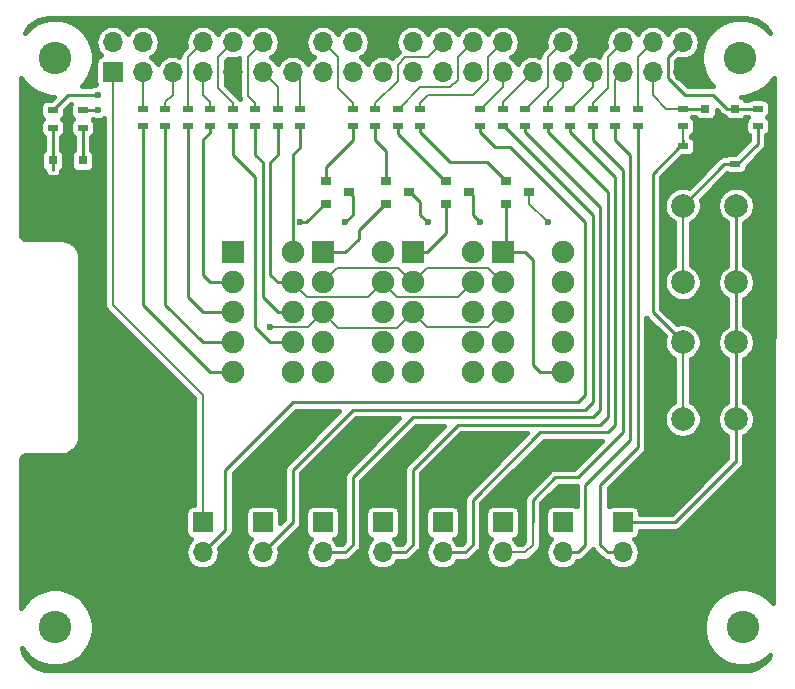
<source format=gbr>
G04 #@! TF.GenerationSoftware,KiCad,Pcbnew,(5.1.4)-1*
G04 #@! TF.CreationDate,2019-10-30T20:18:52-05:00*
G04 #@! TF.ProjectId,shield_display,73686965-6c64-45f6-9469-73706c61792e,rev?*
G04 #@! TF.SameCoordinates,Original*
G04 #@! TF.FileFunction,Copper,L1,Top*
G04 #@! TF.FilePolarity,Positive*
%FSLAX46Y46*%
G04 Gerber Fmt 4.6, Leading zero omitted, Abs format (unit mm)*
G04 Created by KiCad (PCBNEW (5.1.4)-1) date 2019-10-30 20:18:52*
%MOMM*%
%LPD*%
G04 APERTURE LIST*
%ADD10R,1.899920X1.899920*%
%ADD11C,1.899920*%
%ADD12C,1.899200*%
%ADD13R,0.900000X0.500000*%
%ADD14R,1.700000X1.700000*%
%ADD15O,1.700000X1.700000*%
%ADD16R,0.750000X0.800000*%
%ADD17C,2.000000*%
%ADD18C,2.750000*%
%ADD19R,0.800000X0.800000*%
%ADD20R,0.900000X0.800000*%
%ADD21C,0.600000*%
%ADD22C,0.200000*%
%ADD23C,0.250000*%
%ADD24C,0.400000*%
G04 APERTURE END LIST*
D10*
X132461000Y-86258400D03*
D11*
X132461000Y-88798400D03*
X132461000Y-91338400D03*
X132461000Y-93878400D03*
X132461000Y-96418400D03*
X137541000Y-96418400D03*
X137541000Y-93878400D03*
D12*
X137541000Y-91338400D03*
D11*
X137541000Y-88798400D03*
X137541000Y-86258400D03*
X114681000Y-86258400D03*
X114681000Y-88798400D03*
D12*
X114681000Y-91338400D03*
D11*
X114681000Y-93878400D03*
X114681000Y-96418400D03*
X109601000Y-96418400D03*
X109601000Y-93878400D03*
X109601000Y-91338400D03*
X109601000Y-88798400D03*
D10*
X109601000Y-86258400D03*
X117221000Y-86258400D03*
D11*
X117221000Y-88798400D03*
X117221000Y-91338400D03*
X117221000Y-93878400D03*
X117221000Y-96418400D03*
X122301000Y-96418400D03*
X122301000Y-93878400D03*
D12*
X122301000Y-91338400D03*
D11*
X122301000Y-88798400D03*
X122301000Y-86258400D03*
D10*
X124841000Y-86258400D03*
D11*
X124841000Y-88798400D03*
X124841000Y-91338400D03*
X124841000Y-93878400D03*
X124841000Y-96418400D03*
X129921000Y-96418400D03*
X129921000Y-93878400D03*
D12*
X129921000Y-91338400D03*
D11*
X129921000Y-88798400D03*
X129921000Y-86258400D03*
D13*
X152146000Y-78753400D03*
X152146000Y-77253400D03*
X130556000Y-75578400D03*
X130556000Y-74078400D03*
X132461000Y-75578400D03*
X132461000Y-74078400D03*
X138176000Y-74078400D03*
X138176000Y-75578400D03*
X136271000Y-75578400D03*
X136271000Y-74078400D03*
X134366000Y-74078400D03*
X134366000Y-75578400D03*
X143891000Y-74078400D03*
X143891000Y-75578400D03*
X141986000Y-75578400D03*
X141986000Y-74078400D03*
X140081000Y-75578400D03*
X140081000Y-74078400D03*
X105791000Y-75578400D03*
X105791000Y-74078400D03*
X101981000Y-74078400D03*
X101981000Y-75578400D03*
X103886000Y-75578400D03*
X103886000Y-74078400D03*
X107696000Y-74078400D03*
X107696000Y-75578400D03*
D14*
X99441000Y-71018400D03*
D15*
X99441000Y-68478400D03*
X101981000Y-71018400D03*
X101981000Y-68478400D03*
X104521000Y-71018400D03*
X104521000Y-68478400D03*
X107061000Y-71018400D03*
X107061000Y-68478400D03*
X109601000Y-71018400D03*
X109601000Y-68478400D03*
X112141000Y-71018400D03*
X112141000Y-68478400D03*
X114681000Y-71018400D03*
X114681000Y-68478400D03*
X117221000Y-71018400D03*
X117221000Y-68478400D03*
X119761000Y-71018400D03*
X119761000Y-68478400D03*
X122301000Y-71018400D03*
X122301000Y-68478400D03*
X124841000Y-71018400D03*
X124841000Y-68478400D03*
X127381000Y-71018400D03*
X127381000Y-68478400D03*
X129921000Y-71018400D03*
X129921000Y-68478400D03*
X132461000Y-71018400D03*
X132461000Y-68478400D03*
X135001000Y-71018400D03*
X135001000Y-68478400D03*
X137541000Y-71018400D03*
X137541000Y-68478400D03*
X140081000Y-71018400D03*
X140081000Y-68478400D03*
X142621000Y-71018400D03*
X142621000Y-68478400D03*
X145161000Y-71018400D03*
X145161000Y-68478400D03*
X147701000Y-71018400D03*
X147701000Y-68478400D03*
D13*
X147701000Y-74078400D03*
X147701000Y-75578400D03*
X154051000Y-75578400D03*
X154051000Y-74078400D03*
X147701000Y-78753400D03*
X147701000Y-77253400D03*
D16*
X149606000Y-75578400D03*
X149606000Y-74078400D03*
X152146000Y-74078400D03*
X152146000Y-75578400D03*
D13*
X115316000Y-74078400D03*
X115316000Y-75578400D03*
X125476000Y-74078400D03*
X125476000Y-75578400D03*
D17*
X147701000Y-93878400D03*
X152201000Y-93878400D03*
X147701000Y-100378400D03*
X152201000Y-100378400D03*
D14*
X142621000Y-109118400D03*
D15*
X142621000Y-111658400D03*
X142621000Y-114198400D03*
X137541000Y-114198400D03*
X137541000Y-111658400D03*
D14*
X137541000Y-109118400D03*
D18*
X152781000Y-118008400D03*
X94559000Y-118008400D03*
X152559000Y-69786000D03*
X94559000Y-69786000D03*
D19*
X94361000Y-80073400D03*
X94361000Y-78473400D03*
X96901000Y-78473400D03*
X96901000Y-80073400D03*
D13*
X113411000Y-74078400D03*
X113411000Y-75578400D03*
X111506000Y-75578400D03*
X111506000Y-74078400D03*
X109601000Y-75578400D03*
X109601000Y-74078400D03*
X94361000Y-75693400D03*
X94361000Y-74193400D03*
X96901000Y-74193400D03*
X96901000Y-75693400D03*
X121666000Y-75578400D03*
X121666000Y-74078400D03*
X119761000Y-74078400D03*
X119761000Y-75578400D03*
X123571000Y-74078400D03*
X123571000Y-75578400D03*
D14*
X127381000Y-109118400D03*
D15*
X127381000Y-111658400D03*
X127381000Y-114198400D03*
X122301000Y-114198400D03*
X122301000Y-111658400D03*
D14*
X122301000Y-109118400D03*
X117221000Y-109118400D03*
D15*
X117221000Y-111658400D03*
X117221000Y-114198400D03*
D14*
X107061000Y-109118400D03*
D15*
X107061000Y-111658400D03*
X107061000Y-114198400D03*
X132461000Y-114198400D03*
X132461000Y-111658400D03*
D14*
X132461000Y-109118400D03*
D17*
X152201000Y-88798400D03*
X147701000Y-88798400D03*
X152201000Y-82298400D03*
X147701000Y-82298400D03*
D14*
X112141000Y-109118400D03*
D15*
X112141000Y-111658400D03*
X112141000Y-114198400D03*
D20*
X122571000Y-80228400D03*
X122571000Y-82128400D03*
X124571000Y-81178400D03*
X119491000Y-81178400D03*
X117491000Y-82128400D03*
X117491000Y-80228400D03*
X127651000Y-80228400D03*
X127651000Y-82128400D03*
X129651000Y-81178400D03*
X134731000Y-81178400D03*
X132731000Y-82128400D03*
X132731000Y-80228400D03*
D21*
X136271000Y-83718400D03*
X136271000Y-83718400D03*
X130556000Y-83718400D03*
X126111000Y-83718400D03*
X119126000Y-83718400D03*
X98171000Y-72923400D03*
X98171000Y-74193400D03*
X115316000Y-83718400D03*
X112776000Y-92608400D03*
D22*
X147066000Y-109118400D02*
X152201000Y-103983400D01*
X134731000Y-82178400D02*
X136271000Y-83718400D01*
X134731000Y-81178400D02*
X134731000Y-82178400D01*
D23*
X142621000Y-109118400D02*
X147066000Y-109118400D01*
X147066000Y-109118400D02*
X152146000Y-104038400D01*
X152201000Y-101792613D02*
X152201000Y-103983400D01*
X152201000Y-100378400D02*
X152201000Y-101792613D01*
X152201000Y-93878400D02*
X152201000Y-100378400D01*
X152201000Y-90212613D02*
X152201000Y-93878400D01*
X152201000Y-88798400D02*
X152201000Y-90212613D01*
X152201000Y-83712613D02*
X152201000Y-88798400D01*
X152201000Y-82298400D02*
X152201000Y-83712613D01*
X129701000Y-81178400D02*
X129651000Y-81178400D01*
X129921000Y-81398400D02*
X129701000Y-81178400D01*
X130556000Y-83718400D02*
X129921000Y-83083400D01*
X129921000Y-83083400D02*
X129921000Y-81398400D01*
X124621000Y-81178400D02*
X124571000Y-81178400D01*
X125476000Y-82033400D02*
X124621000Y-81178400D01*
X126111000Y-83718400D02*
X125476000Y-83083400D01*
X125476000Y-83083400D02*
X125476000Y-82033400D01*
X119761000Y-81448400D02*
X119491000Y-81178400D01*
X119126000Y-83718400D02*
X119761000Y-83083400D01*
X119761000Y-83083400D02*
X119761000Y-81448400D01*
D22*
X107061000Y-98323400D02*
X107061000Y-109118400D01*
X99441000Y-71018400D02*
X99441000Y-90703400D01*
X99441000Y-90703400D02*
X107061000Y-98323400D01*
X101981000Y-73628400D02*
X101981000Y-71018400D01*
X101981000Y-74078400D02*
X101981000Y-73628400D01*
X104521000Y-72923400D02*
X104521000Y-71018400D01*
X103886000Y-74078400D02*
X103886000Y-73558400D01*
X103886000Y-73558400D02*
X104521000Y-72923400D01*
X107061000Y-72923400D02*
X107061000Y-71018400D01*
X107696000Y-74078400D02*
X107696000Y-73558400D01*
X107696000Y-73558400D02*
X107061000Y-72923400D01*
X105791000Y-69748400D02*
X107061000Y-68478400D01*
X105791000Y-74078400D02*
X105791000Y-69748400D01*
X113411000Y-72288400D02*
X112141000Y-71018400D01*
X113411000Y-74078400D02*
X113411000Y-72288400D01*
X111291001Y-69328399D02*
X112141000Y-68478400D01*
X110871000Y-69748400D02*
X111291001Y-69328399D01*
X110871000Y-72993400D02*
X110871000Y-69748400D01*
X111506000Y-74078400D02*
X111506000Y-73628400D01*
X111506000Y-73628400D02*
X110871000Y-72993400D01*
X115316000Y-71653400D02*
X114681000Y-71018400D01*
X115316000Y-74078400D02*
X115316000Y-71653400D01*
X118070999Y-69328399D02*
X117221000Y-68478400D01*
X118491000Y-69748400D02*
X118070999Y-69328399D01*
X118491000Y-72358400D02*
X118491000Y-69748400D01*
X119761000Y-73628400D02*
X118491000Y-72358400D01*
X119761000Y-74078400D02*
X119761000Y-73628400D01*
D23*
X95631000Y-72923400D02*
X94361000Y-74193400D01*
X98171000Y-72923400D02*
X95631000Y-72923400D01*
X96901000Y-74193400D02*
X98171000Y-74193400D01*
D22*
X126531001Y-69328399D02*
X127381000Y-68478400D01*
X121666000Y-73628400D02*
X123571000Y-71723400D01*
X123571000Y-71723400D02*
X123571000Y-70383400D01*
X123571000Y-70383400D02*
X124206000Y-69748400D01*
X124206000Y-69748400D02*
X126111000Y-69748400D01*
X126111000Y-69748400D02*
X126531001Y-69328399D01*
X121666000Y-74078400D02*
X121666000Y-73628400D01*
X129071001Y-69328399D02*
X129921000Y-68478400D01*
X123686000Y-74078400D02*
X125476000Y-72288400D01*
X123571000Y-74078400D02*
X123686000Y-74078400D01*
X125476000Y-72288400D02*
X128016000Y-72288400D01*
X128016000Y-72288400D02*
X128651000Y-71653400D01*
X128651000Y-71653400D02*
X128651000Y-69748400D01*
X128651000Y-69748400D02*
X129071001Y-69328399D01*
X130556000Y-74078400D02*
X130671000Y-74078400D01*
X132461000Y-72288400D02*
X132461000Y-71018400D01*
X130671000Y-74078400D02*
X132461000Y-72288400D01*
X125476000Y-73628400D02*
X126181000Y-72923400D01*
X125476000Y-74078400D02*
X125476000Y-73628400D01*
X126181000Y-72923400D02*
X129921000Y-72923400D01*
X131191000Y-71653400D02*
X131191000Y-69748400D01*
X131611001Y-69328399D02*
X132461000Y-68478400D01*
X129921000Y-72923400D02*
X131191000Y-71653400D01*
X131191000Y-69748400D02*
X131611001Y-69328399D01*
X132461000Y-73558400D02*
X135001000Y-71018400D01*
X132461000Y-74078400D02*
X132461000Y-73558400D01*
X137541000Y-72288400D02*
X137541000Y-71018400D01*
X136271000Y-74078400D02*
X136271000Y-73558400D01*
X136271000Y-73558400D02*
X137541000Y-72288400D01*
X136691001Y-69328399D02*
X137541000Y-68478400D01*
X136271000Y-69748400D02*
X136691001Y-69328399D01*
X136271000Y-72288400D02*
X136271000Y-69748400D01*
X134366000Y-74078400D02*
X134481000Y-74078400D01*
X134481000Y-74078400D02*
X136271000Y-72288400D01*
X140081000Y-72288400D02*
X140081000Y-71018400D01*
X138176000Y-74078400D02*
X138291000Y-74078400D01*
X138291000Y-74078400D02*
X140081000Y-72288400D01*
X141986000Y-71653400D02*
X142621000Y-71018400D01*
X141986000Y-74078400D02*
X141986000Y-71653400D01*
X141771001Y-69328399D02*
X142621000Y-68478400D01*
X141351000Y-69748400D02*
X141771001Y-69328399D01*
X141351000Y-72358400D02*
X141351000Y-69748400D01*
X140081000Y-74078400D02*
X140081000Y-73628400D01*
X140081000Y-73628400D02*
X141351000Y-72358400D01*
X147701000Y-74078400D02*
X146316000Y-74078400D01*
X145161000Y-72923400D02*
X145161000Y-71018400D01*
X146316000Y-74078400D02*
X145161000Y-72923400D01*
D23*
X147701000Y-74078400D02*
X149606000Y-74078400D01*
X146431000Y-69748400D02*
X146431000Y-71487402D01*
X150291000Y-72923400D02*
X151446000Y-74078400D01*
X151446000Y-74078400D02*
X152146000Y-74078400D01*
X147866998Y-72923400D02*
X150291000Y-72923400D01*
X147701000Y-68478400D02*
X146431000Y-69748400D01*
X146431000Y-71487402D02*
X147866998Y-72923400D01*
X152146000Y-74078400D02*
X154051000Y-74078400D01*
X94361000Y-75693400D02*
X94361000Y-79273400D01*
X96901000Y-76193400D02*
X96901000Y-78473400D01*
X96901000Y-75693400D02*
X96901000Y-76193400D01*
X115851000Y-83718400D02*
X115316000Y-83718400D01*
X117491000Y-82128400D02*
X117441000Y-82128400D01*
X117441000Y-82128400D02*
X115851000Y-83718400D01*
X119126000Y-86258400D02*
X117221000Y-86258400D01*
X120296000Y-85088400D02*
X119126000Y-86258400D01*
X120296000Y-84353400D02*
X120296000Y-85088400D01*
X122571000Y-82128400D02*
X122521000Y-82128400D01*
X122521000Y-82128400D02*
X120296000Y-84353400D01*
X126040960Y-86258400D02*
X124841000Y-86258400D01*
X127651000Y-84648360D02*
X126040960Y-86258400D01*
X127651000Y-82128400D02*
X127651000Y-84648360D01*
X135636000Y-96418400D02*
X137541000Y-96418400D01*
X135001000Y-95783400D02*
X135636000Y-96418400D01*
X135001000Y-86893400D02*
X135001000Y-95783400D01*
X132461000Y-86258400D02*
X134366000Y-86258400D01*
X134366000Y-86258400D02*
X135001000Y-86893400D01*
X132731000Y-85988400D02*
X132461000Y-86258400D01*
X132731000Y-82128400D02*
X132731000Y-85988400D01*
D22*
X147701000Y-75578400D02*
X147701000Y-76733400D01*
X147701000Y-100378400D02*
X147701000Y-93878400D01*
D23*
X147701000Y-77253400D02*
X147701000Y-76733400D01*
X147501000Y-77253400D02*
X147701000Y-77253400D01*
X145161000Y-79593400D02*
X147501000Y-77253400D01*
X147701000Y-93878400D02*
X145161000Y-91338400D01*
X145161000Y-91338400D02*
X145161000Y-79593400D01*
D22*
X147701000Y-88798400D02*
X147701000Y-82298400D01*
D23*
X151246000Y-78753400D02*
X152146000Y-78753400D01*
X147701000Y-82298400D02*
X151246000Y-78753400D01*
X154051000Y-76078400D02*
X154051000Y-75578400D01*
X154051000Y-77048400D02*
X154051000Y-76078400D01*
X152346000Y-78753400D02*
X154051000Y-77048400D01*
X152146000Y-78753400D02*
X152346000Y-78753400D01*
X114681000Y-78003400D02*
X114681000Y-86258400D01*
X115316000Y-75578400D02*
X115316000Y-77368400D01*
X115316000Y-77368400D02*
X114681000Y-78003400D01*
X113411000Y-88798400D02*
X114681000Y-88798400D01*
X112776000Y-88163400D02*
X113411000Y-88798400D01*
X112776000Y-78638400D02*
X112776000Y-88163400D01*
X113411000Y-75578400D02*
X113411000Y-78003400D01*
X113411000Y-78003400D02*
X112776000Y-78638400D01*
D22*
X115630959Y-89748359D02*
X114681000Y-88798400D01*
X115930961Y-90048361D02*
X115630959Y-89748359D01*
X121051039Y-90048361D02*
X115930961Y-90048361D01*
X122301000Y-88798400D02*
X121051039Y-90048361D01*
X128671039Y-90048361D02*
X128971041Y-89748359D01*
X128971041Y-89748359D02*
X129921000Y-88798400D01*
X123550961Y-90048361D02*
X128671039Y-90048361D01*
X122301000Y-88798400D02*
X123550961Y-90048361D01*
D23*
X112141000Y-90068400D02*
X112141000Y-78638400D01*
X114681000Y-91338400D02*
X113411000Y-91338400D01*
X113411000Y-91338400D02*
X112141000Y-90068400D01*
X111506000Y-75578400D02*
X111506000Y-78003400D01*
X112141000Y-78638400D02*
X111506000Y-78003400D01*
X107696000Y-96418400D02*
X109601000Y-96418400D01*
X101981000Y-75578400D02*
X101981000Y-90703400D01*
X101981000Y-90703400D02*
X107696000Y-96418400D01*
X103886000Y-76078400D02*
X103886000Y-75578400D01*
X103886000Y-90703400D02*
X103886000Y-76078400D01*
X109601000Y-93878400D02*
X107061000Y-93878400D01*
X107061000Y-93878400D02*
X103886000Y-90703400D01*
X107061000Y-91338400D02*
X109601000Y-91338400D01*
X105791000Y-75578400D02*
X105791000Y-90068400D01*
X105791000Y-90068400D02*
X107061000Y-91338400D01*
D22*
X131511041Y-92288359D02*
X132461000Y-91338400D01*
X131211399Y-92588001D02*
X131511041Y-92288359D01*
X126090601Y-92588001D02*
X131211399Y-92588001D01*
X124841000Y-91338400D02*
X126090601Y-92588001D01*
X123891041Y-92288359D02*
X124841000Y-91338400D01*
X123550961Y-92628439D02*
X123891041Y-92288359D01*
X118511039Y-92628439D02*
X123550961Y-92628439D01*
X117221000Y-91338400D02*
X118511039Y-92628439D01*
X115951000Y-92608400D02*
X117221000Y-91338400D01*
X112776000Y-92608400D02*
X115951000Y-92608400D01*
D23*
X112776000Y-93878400D02*
X114681000Y-93878400D01*
X111506000Y-92608400D02*
X112776000Y-93878400D01*
X111506000Y-79908400D02*
X111506000Y-92608400D01*
X109601000Y-75578400D02*
X109601000Y-78003400D01*
X109601000Y-78003400D02*
X111506000Y-79908400D01*
X132576000Y-75578400D02*
X132461000Y-75578400D01*
X140081000Y-83083400D02*
X132576000Y-75578400D01*
X114681000Y-109118400D02*
X114681000Y-104673400D01*
X112141000Y-111658400D02*
X114681000Y-109118400D01*
X114681000Y-104673400D02*
X119761000Y-99593400D01*
X119761000Y-99593400D02*
X139446000Y-99593400D01*
X139446000Y-99593400D02*
X140081000Y-98958400D01*
X140081000Y-98958400D02*
X140081000Y-83083400D01*
X129921000Y-107213400D02*
X129921000Y-111023400D01*
X138176000Y-76098400D02*
X141986000Y-79908400D01*
X138176000Y-75578400D02*
X138176000Y-76098400D01*
X129286000Y-111658400D02*
X127381000Y-111658400D01*
X141986000Y-79908400D02*
X141986000Y-100863400D01*
X129921000Y-111023400D02*
X129286000Y-111658400D01*
X141986000Y-100863400D02*
X141351000Y-101498400D01*
X141351000Y-101498400D02*
X135636000Y-101498400D01*
X135636000Y-101498400D02*
X129921000Y-107213400D01*
X136271000Y-76078400D02*
X136271000Y-75578400D01*
X124206000Y-111658400D02*
X122301000Y-111658400D01*
X124841000Y-111023400D02*
X124206000Y-111658400D01*
X124841000Y-104673400D02*
X124841000Y-111023400D01*
X141351000Y-81176990D02*
X141351000Y-100228400D01*
X136271000Y-76096990D02*
X141351000Y-81176990D01*
X136271000Y-75578400D02*
X136271000Y-76096990D01*
X141351000Y-100228400D02*
X140716000Y-100863400D01*
X140716000Y-100863400D02*
X128651000Y-100863400D01*
X128651000Y-100863400D02*
X124841000Y-104673400D01*
X133096000Y-77368400D02*
X131826000Y-77368400D01*
X130556000Y-76098400D02*
X130556000Y-75578400D01*
X139446000Y-83718400D02*
X133096000Y-77368400D01*
X108966000Y-109753400D02*
X108966000Y-104673400D01*
X114681000Y-98958400D02*
X138811000Y-98958400D01*
X131826000Y-77368400D02*
X130556000Y-76098400D01*
X107061000Y-111658400D02*
X108966000Y-109753400D01*
X138811000Y-98958400D02*
X139446000Y-98323400D01*
X108966000Y-104673400D02*
X114681000Y-98958400D01*
X139446000Y-98323400D02*
X139446000Y-83718400D01*
X141351000Y-111658400D02*
X142621000Y-111658400D01*
X140716000Y-111023400D02*
X141351000Y-111658400D01*
X140716000Y-105943400D02*
X140716000Y-111023400D01*
X143891000Y-75578400D02*
X143891000Y-102768400D01*
X143891000Y-102768400D02*
X140716000Y-105943400D01*
X138811000Y-111658400D02*
X137541000Y-111658400D01*
X141986000Y-76733400D02*
X143256000Y-78003400D01*
X141986000Y-75578400D02*
X141986000Y-76733400D01*
X143256000Y-78003400D02*
X143256000Y-102133400D01*
X143256000Y-102133400D02*
X139446000Y-105943400D01*
X139446000Y-105943400D02*
X139446000Y-111023400D01*
X139446000Y-111023400D02*
X138811000Y-111658400D01*
X134366000Y-76078400D02*
X134366000Y-75578400D01*
X140716000Y-82428400D02*
X134366000Y-76078400D01*
X140716000Y-99593400D02*
X140716000Y-82428400D01*
X119126000Y-111658400D02*
X119761000Y-111023400D01*
X117221000Y-111658400D02*
X119126000Y-111658400D01*
X119761000Y-111023400D02*
X119761000Y-105308400D01*
X119761000Y-105308400D02*
X124841000Y-100228400D01*
X124841000Y-100228400D02*
X140081000Y-100228400D01*
X140081000Y-100228400D02*
X140716000Y-99593400D01*
X140081000Y-75578400D02*
X140081000Y-76078400D01*
D22*
X134366000Y-111658400D02*
X132461000Y-111658400D01*
X140081000Y-76078400D02*
X140081000Y-76733400D01*
X135001000Y-109118400D02*
X135001000Y-111023400D01*
X135001000Y-111023400D02*
X134366000Y-111658400D01*
D23*
X135001000Y-107213400D02*
X135001000Y-109118400D01*
X136906000Y-105308400D02*
X135001000Y-107213400D01*
X142621000Y-101498400D02*
X138811000Y-105308400D01*
X138811000Y-105308400D02*
X136906000Y-105308400D01*
X142621000Y-88798400D02*
X142621000Y-79273400D01*
X142621000Y-101498400D02*
X142621000Y-88798400D01*
X140081000Y-76733400D02*
X140081000Y-75578400D01*
X142621000Y-79273400D02*
X140081000Y-76733400D01*
X119761000Y-76078400D02*
X119761000Y-75578400D01*
X119761000Y-76733400D02*
X119761000Y-76078400D01*
X117491000Y-80228400D02*
X117491000Y-79003400D01*
X117491000Y-79003400D02*
X119761000Y-76733400D01*
X121666000Y-76733400D02*
X121666000Y-75578400D01*
X122571000Y-80228400D02*
X122571000Y-77638400D01*
X122571000Y-77638400D02*
X121666000Y-76733400D01*
X123571000Y-76078400D02*
X123571000Y-75578400D01*
X123571000Y-76198400D02*
X123571000Y-76078400D01*
X127601000Y-80228400D02*
X123571000Y-76198400D01*
X127651000Y-80228400D02*
X127601000Y-80228400D01*
X125476000Y-76078400D02*
X125476000Y-75578400D01*
X128036000Y-78638400D02*
X125476000Y-76078400D01*
X132731000Y-80228400D02*
X131141000Y-78638400D01*
X131141000Y-78638400D02*
X128036000Y-78638400D01*
X107696000Y-88798400D02*
X109601000Y-88798400D01*
X107061000Y-88163400D02*
X107696000Y-88798400D01*
X107061000Y-76713400D02*
X107061000Y-88163400D01*
X107696000Y-75578400D02*
X107696000Y-76078400D01*
X107696000Y-76078400D02*
X107061000Y-76713400D01*
D22*
X131211039Y-87548439D02*
X131511041Y-87848441D01*
X131511041Y-87848441D02*
X132461000Y-88798400D01*
X124841000Y-88798400D02*
X126090961Y-87548439D01*
X126090961Y-87548439D02*
X131211039Y-87548439D01*
X123891041Y-87848441D02*
X124841000Y-88798400D01*
X123591039Y-87548439D02*
X123891041Y-87848441D01*
X118470961Y-87548439D02*
X123591039Y-87548439D01*
X117221000Y-88798400D02*
X118470961Y-87548439D01*
X108751001Y-69328399D02*
X109601000Y-68478400D01*
X108331000Y-69748400D02*
X108751001Y-69328399D01*
X108331000Y-72358400D02*
X108331000Y-69748400D01*
X109601000Y-74078400D02*
X109601000Y-73628400D01*
X109601000Y-73628400D02*
X108331000Y-72358400D01*
X143891000Y-69748400D02*
X145161000Y-68478400D01*
X143891000Y-74078400D02*
X143891000Y-69748400D01*
D24*
G36*
X91995723Y-71889627D02*
G01*
X92455373Y-72349277D01*
X92995864Y-72710422D01*
X93596426Y-72959183D01*
X94233978Y-73086000D01*
X94443096Y-73086000D01*
X94188599Y-73340497D01*
X93911000Y-73340497D01*
X93793379Y-73352082D01*
X93680279Y-73386390D01*
X93576045Y-73442104D01*
X93484683Y-73517083D01*
X93409704Y-73608445D01*
X93353990Y-73712679D01*
X93319682Y-73825779D01*
X93308097Y-73943400D01*
X93308097Y-74443400D01*
X93319682Y-74561021D01*
X93353990Y-74674121D01*
X93409704Y-74778355D01*
X93484683Y-74869717D01*
X93574466Y-74943400D01*
X93484683Y-75017083D01*
X93409704Y-75108445D01*
X93353990Y-75212679D01*
X93319682Y-75325779D01*
X93308097Y-75443400D01*
X93308097Y-75943400D01*
X93319682Y-76061021D01*
X93353990Y-76174121D01*
X93409704Y-76278355D01*
X93484683Y-76369717D01*
X93576045Y-76444696D01*
X93636000Y-76476743D01*
X93636001Y-77566783D01*
X93626045Y-77572104D01*
X93534683Y-77647083D01*
X93459704Y-77738445D01*
X93403990Y-77842679D01*
X93369682Y-77955779D01*
X93358097Y-78073400D01*
X93358097Y-78873400D01*
X93369682Y-78991021D01*
X93403990Y-79104121D01*
X93459704Y-79208355D01*
X93534683Y-79299717D01*
X93626045Y-79374696D01*
X93643384Y-79383964D01*
X93646492Y-79415525D01*
X93687948Y-79552188D01*
X93755270Y-79678137D01*
X93845869Y-79788532D01*
X93956264Y-79879131D01*
X94082213Y-79946453D01*
X94218876Y-79987909D01*
X94361000Y-80001907D01*
X94503125Y-79987909D01*
X94639788Y-79946453D01*
X94765737Y-79879131D01*
X94876132Y-79788532D01*
X94966731Y-79678137D01*
X95034053Y-79552188D01*
X95075509Y-79415525D01*
X95078618Y-79383963D01*
X95095955Y-79374696D01*
X95187317Y-79299717D01*
X95262296Y-79208355D01*
X95318010Y-79104121D01*
X95352318Y-78991021D01*
X95363903Y-78873400D01*
X95363903Y-78073400D01*
X95352318Y-77955779D01*
X95318010Y-77842679D01*
X95262296Y-77738445D01*
X95187317Y-77647083D01*
X95095955Y-77572104D01*
X95086000Y-77566783D01*
X95086000Y-76476742D01*
X95145955Y-76444696D01*
X95237317Y-76369717D01*
X95312296Y-76278355D01*
X95368010Y-76174121D01*
X95402318Y-76061021D01*
X95413903Y-75943400D01*
X95413903Y-75443400D01*
X95402318Y-75325779D01*
X95368010Y-75212679D01*
X95312296Y-75108445D01*
X95237317Y-75017083D01*
X95147534Y-74943400D01*
X95237317Y-74869717D01*
X95312296Y-74778355D01*
X95368010Y-74674121D01*
X95402318Y-74561021D01*
X95413903Y-74443400D01*
X95413903Y-74165801D01*
X95924952Y-73654753D01*
X95893990Y-73712679D01*
X95859682Y-73825779D01*
X95848097Y-73943400D01*
X95848097Y-74443400D01*
X95859682Y-74561021D01*
X95893990Y-74674121D01*
X95949704Y-74778355D01*
X96024683Y-74869717D01*
X96114466Y-74943400D01*
X96024683Y-75017083D01*
X95949704Y-75108445D01*
X95893990Y-75212679D01*
X95859682Y-75325779D01*
X95848097Y-75443400D01*
X95848097Y-75943400D01*
X95859682Y-76061021D01*
X95893990Y-76174121D01*
X95949704Y-76278355D01*
X96024683Y-76369717D01*
X96116045Y-76444696D01*
X96176000Y-76476743D01*
X96176001Y-77566783D01*
X96166045Y-77572104D01*
X96074683Y-77647083D01*
X95999704Y-77738445D01*
X95943990Y-77842679D01*
X95909682Y-77955779D01*
X95898097Y-78073400D01*
X95898097Y-78873400D01*
X95909682Y-78991021D01*
X95943990Y-79104121D01*
X95999704Y-79208355D01*
X96074683Y-79299717D01*
X96166045Y-79374696D01*
X96270279Y-79430410D01*
X96383379Y-79464718D01*
X96501000Y-79476303D01*
X97301000Y-79476303D01*
X97418621Y-79464718D01*
X97531721Y-79430410D01*
X97635955Y-79374696D01*
X97727317Y-79299717D01*
X97802296Y-79208355D01*
X97858010Y-79104121D01*
X97892318Y-78991021D01*
X97903903Y-78873400D01*
X97903903Y-78073400D01*
X97892318Y-77955779D01*
X97858010Y-77842679D01*
X97802296Y-77738445D01*
X97727317Y-77647083D01*
X97635955Y-77572104D01*
X97626000Y-77566783D01*
X97626000Y-76476742D01*
X97685955Y-76444696D01*
X97777317Y-76369717D01*
X97852296Y-76278355D01*
X97908010Y-76174121D01*
X97942318Y-76061021D01*
X97953903Y-75943400D01*
X97953903Y-75443400D01*
X97942318Y-75325779D01*
X97908010Y-75212679D01*
X97852296Y-75108445D01*
X97777317Y-75017083D01*
X97746322Y-74991646D01*
X97908480Y-75058814D01*
X98082358Y-75093400D01*
X98259642Y-75093400D01*
X98433520Y-75058814D01*
X98597310Y-74990970D01*
X98741000Y-74894959D01*
X98741001Y-90669003D01*
X98737613Y-90703400D01*
X98746823Y-90796907D01*
X98751129Y-90840624D01*
X98752616Y-90845525D01*
X98791155Y-90972574D01*
X98856155Y-91094181D01*
X98921708Y-91174057D01*
X98943631Y-91200770D01*
X98970342Y-91222691D01*
X106361000Y-98613349D01*
X106361001Y-107665497D01*
X106211000Y-107665497D01*
X106093379Y-107677082D01*
X105980279Y-107711390D01*
X105876045Y-107767104D01*
X105784683Y-107842083D01*
X105709704Y-107933445D01*
X105653990Y-108037679D01*
X105619682Y-108150779D01*
X105608097Y-108268400D01*
X105608097Y-109968400D01*
X105619682Y-110086021D01*
X105653990Y-110199121D01*
X105709704Y-110303355D01*
X105784683Y-110394717D01*
X105876045Y-110469696D01*
X105980279Y-110525410D01*
X106093379Y-110559718D01*
X106111881Y-110561540D01*
X106030735Y-110628135D01*
X105849536Y-110848926D01*
X105714894Y-111100824D01*
X105631981Y-111374150D01*
X105603985Y-111658400D01*
X105631981Y-111942650D01*
X105714894Y-112215976D01*
X105849536Y-112467874D01*
X106030735Y-112688665D01*
X106251526Y-112869864D01*
X106503424Y-113004506D01*
X106776750Y-113087419D01*
X106989775Y-113108400D01*
X107132225Y-113108400D01*
X107345250Y-113087419D01*
X107618576Y-113004506D01*
X107870474Y-112869864D01*
X108091265Y-112688665D01*
X108272464Y-112467874D01*
X108407106Y-112215976D01*
X108490019Y-111942650D01*
X108518015Y-111658400D01*
X108490019Y-111374150D01*
X108462214Y-111282490D01*
X109453482Y-110291223D01*
X109481131Y-110268532D01*
X109503823Y-110240882D01*
X109503830Y-110240875D01*
X109571731Y-110158137D01*
X109639053Y-110032188D01*
X109639053Y-110032187D01*
X109680509Y-109895525D01*
X109691000Y-109789007D01*
X109691000Y-109788997D01*
X109694506Y-109753400D01*
X109691000Y-109717803D01*
X109691000Y-104973704D01*
X114981305Y-99683400D01*
X118645695Y-99683400D01*
X114193523Y-104135573D01*
X114165869Y-104158268D01*
X114143173Y-104185923D01*
X114143170Y-104185926D01*
X114075269Y-104268664D01*
X114007947Y-104394613D01*
X113993228Y-104443137D01*
X113966492Y-104531275D01*
X113961358Y-104583400D01*
X113952494Y-104673400D01*
X113956001Y-104709007D01*
X113956000Y-108818095D01*
X113593903Y-109180192D01*
X113593903Y-108268400D01*
X113582318Y-108150779D01*
X113548010Y-108037679D01*
X113492296Y-107933445D01*
X113417317Y-107842083D01*
X113325955Y-107767104D01*
X113221721Y-107711390D01*
X113108621Y-107677082D01*
X112991000Y-107665497D01*
X111291000Y-107665497D01*
X111173379Y-107677082D01*
X111060279Y-107711390D01*
X110956045Y-107767104D01*
X110864683Y-107842083D01*
X110789704Y-107933445D01*
X110733990Y-108037679D01*
X110699682Y-108150779D01*
X110688097Y-108268400D01*
X110688097Y-109968400D01*
X110699682Y-110086021D01*
X110733990Y-110199121D01*
X110789704Y-110303355D01*
X110864683Y-110394717D01*
X110956045Y-110469696D01*
X111060279Y-110525410D01*
X111173379Y-110559718D01*
X111191881Y-110561540D01*
X111110735Y-110628135D01*
X110929536Y-110848926D01*
X110794894Y-111100824D01*
X110711981Y-111374150D01*
X110683985Y-111658400D01*
X110711981Y-111942650D01*
X110794894Y-112215976D01*
X110929536Y-112467874D01*
X111110735Y-112688665D01*
X111331526Y-112869864D01*
X111583424Y-113004506D01*
X111856750Y-113087419D01*
X112069775Y-113108400D01*
X112212225Y-113108400D01*
X112425250Y-113087419D01*
X112698576Y-113004506D01*
X112950474Y-112869864D01*
X113171265Y-112688665D01*
X113352464Y-112467874D01*
X113487106Y-112215976D01*
X113570019Y-111942650D01*
X113598015Y-111658400D01*
X113570019Y-111374150D01*
X113542214Y-111282490D01*
X115168482Y-109656223D01*
X115196131Y-109633532D01*
X115218823Y-109605882D01*
X115218830Y-109605875D01*
X115286731Y-109523137D01*
X115312668Y-109474613D01*
X115354053Y-109397188D01*
X115395509Y-109260525D01*
X115406000Y-109154007D01*
X115406000Y-109153998D01*
X115409506Y-109118401D01*
X115406000Y-109082804D01*
X115406000Y-104973704D01*
X120061305Y-100318400D01*
X123725695Y-100318400D01*
X119273523Y-104770573D01*
X119245869Y-104793268D01*
X119223173Y-104820923D01*
X119223170Y-104820926D01*
X119155269Y-104903664D01*
X119087947Y-105029613D01*
X119046492Y-105166276D01*
X119032494Y-105308400D01*
X119036001Y-105344007D01*
X119036000Y-110723095D01*
X118825696Y-110933400D01*
X118477616Y-110933400D01*
X118432464Y-110848926D01*
X118251265Y-110628135D01*
X118170119Y-110561540D01*
X118188621Y-110559718D01*
X118301721Y-110525410D01*
X118405955Y-110469696D01*
X118497317Y-110394717D01*
X118572296Y-110303355D01*
X118628010Y-110199121D01*
X118662318Y-110086021D01*
X118673903Y-109968400D01*
X118673903Y-108268400D01*
X118662318Y-108150779D01*
X118628010Y-108037679D01*
X118572296Y-107933445D01*
X118497317Y-107842083D01*
X118405955Y-107767104D01*
X118301721Y-107711390D01*
X118188621Y-107677082D01*
X118071000Y-107665497D01*
X116371000Y-107665497D01*
X116253379Y-107677082D01*
X116140279Y-107711390D01*
X116036045Y-107767104D01*
X115944683Y-107842083D01*
X115869704Y-107933445D01*
X115813990Y-108037679D01*
X115779682Y-108150779D01*
X115768097Y-108268400D01*
X115768097Y-109968400D01*
X115779682Y-110086021D01*
X115813990Y-110199121D01*
X115869704Y-110303355D01*
X115944683Y-110394717D01*
X116036045Y-110469696D01*
X116140279Y-110525410D01*
X116253379Y-110559718D01*
X116271881Y-110561540D01*
X116190735Y-110628135D01*
X116009536Y-110848926D01*
X115874894Y-111100824D01*
X115791981Y-111374150D01*
X115763985Y-111658400D01*
X115791981Y-111942650D01*
X115874894Y-112215976D01*
X116009536Y-112467874D01*
X116190735Y-112688665D01*
X116411526Y-112869864D01*
X116663424Y-113004506D01*
X116936750Y-113087419D01*
X117149775Y-113108400D01*
X117292225Y-113108400D01*
X117505250Y-113087419D01*
X117778576Y-113004506D01*
X118030474Y-112869864D01*
X118251265Y-112688665D01*
X118432464Y-112467874D01*
X118477616Y-112383400D01*
X119090403Y-112383400D01*
X119126000Y-112386906D01*
X119161597Y-112383400D01*
X119161607Y-112383400D01*
X119268125Y-112372909D01*
X119404788Y-112331453D01*
X119530737Y-112264131D01*
X119641132Y-112173532D01*
X119663832Y-112145872D01*
X120248482Y-111561223D01*
X120276131Y-111538532D01*
X120298823Y-111510882D01*
X120298830Y-111510875D01*
X120366731Y-111428137D01*
X120434053Y-111302188D01*
X120468769Y-111187743D01*
X120475509Y-111165525D01*
X120486000Y-111059007D01*
X120486000Y-111059000D01*
X120489506Y-111023400D01*
X120486000Y-110987800D01*
X120486000Y-105608704D01*
X125141305Y-100953400D01*
X127535695Y-100953400D01*
X124353524Y-104135572D01*
X124325868Y-104158269D01*
X124303172Y-104185924D01*
X124303170Y-104185926D01*
X124288491Y-104203813D01*
X124235269Y-104268664D01*
X124167947Y-104394613D01*
X124126491Y-104531276D01*
X124116000Y-104637794D01*
X124116000Y-104637803D01*
X124112494Y-104673400D01*
X124116000Y-104708997D01*
X124116001Y-110723094D01*
X123905696Y-110933400D01*
X123557616Y-110933400D01*
X123512464Y-110848926D01*
X123331265Y-110628135D01*
X123250119Y-110561540D01*
X123268621Y-110559718D01*
X123381721Y-110525410D01*
X123485955Y-110469696D01*
X123577317Y-110394717D01*
X123652296Y-110303355D01*
X123708010Y-110199121D01*
X123742318Y-110086021D01*
X123753903Y-109968400D01*
X123753903Y-108268400D01*
X123742318Y-108150779D01*
X123708010Y-108037679D01*
X123652296Y-107933445D01*
X123577317Y-107842083D01*
X123485955Y-107767104D01*
X123381721Y-107711390D01*
X123268621Y-107677082D01*
X123151000Y-107665497D01*
X121451000Y-107665497D01*
X121333379Y-107677082D01*
X121220279Y-107711390D01*
X121116045Y-107767104D01*
X121024683Y-107842083D01*
X120949704Y-107933445D01*
X120893990Y-108037679D01*
X120859682Y-108150779D01*
X120848097Y-108268400D01*
X120848097Y-109968400D01*
X120859682Y-110086021D01*
X120893990Y-110199121D01*
X120949704Y-110303355D01*
X121024683Y-110394717D01*
X121116045Y-110469696D01*
X121220279Y-110525410D01*
X121333379Y-110559718D01*
X121351881Y-110561540D01*
X121270735Y-110628135D01*
X121089536Y-110848926D01*
X120954894Y-111100824D01*
X120871981Y-111374150D01*
X120843985Y-111658400D01*
X120871981Y-111942650D01*
X120954894Y-112215976D01*
X121089536Y-112467874D01*
X121270735Y-112688665D01*
X121491526Y-112869864D01*
X121743424Y-113004506D01*
X122016750Y-113087419D01*
X122229775Y-113108400D01*
X122372225Y-113108400D01*
X122585250Y-113087419D01*
X122858576Y-113004506D01*
X123110474Y-112869864D01*
X123331265Y-112688665D01*
X123512464Y-112467874D01*
X123557616Y-112383400D01*
X124170403Y-112383400D01*
X124206000Y-112386906D01*
X124241597Y-112383400D01*
X124241607Y-112383400D01*
X124348125Y-112372909D01*
X124484788Y-112331453D01*
X124610737Y-112264131D01*
X124721132Y-112173532D01*
X124743832Y-112145872D01*
X125328477Y-111561228D01*
X125356132Y-111538532D01*
X125378831Y-111510874D01*
X125446731Y-111428137D01*
X125514053Y-111302188D01*
X125548769Y-111187743D01*
X125555509Y-111165525D01*
X125566000Y-111059007D01*
X125566000Y-111059000D01*
X125569506Y-111023400D01*
X125566000Y-110987800D01*
X125566000Y-104973704D01*
X128951305Y-101588400D01*
X134520695Y-101588400D01*
X129433524Y-106675572D01*
X129405868Y-106698269D01*
X129315269Y-106808664D01*
X129247947Y-106934613D01*
X129206491Y-107071276D01*
X129196000Y-107177794D01*
X129196000Y-107177803D01*
X129192494Y-107213400D01*
X129196000Y-107248997D01*
X129196001Y-110723094D01*
X128985696Y-110933400D01*
X128637616Y-110933400D01*
X128592464Y-110848926D01*
X128411265Y-110628135D01*
X128330119Y-110561540D01*
X128348621Y-110559718D01*
X128461721Y-110525410D01*
X128565955Y-110469696D01*
X128657317Y-110394717D01*
X128732296Y-110303355D01*
X128788010Y-110199121D01*
X128822318Y-110086021D01*
X128833903Y-109968400D01*
X128833903Y-108268400D01*
X128822318Y-108150779D01*
X128788010Y-108037679D01*
X128732296Y-107933445D01*
X128657317Y-107842083D01*
X128565955Y-107767104D01*
X128461721Y-107711390D01*
X128348621Y-107677082D01*
X128231000Y-107665497D01*
X126531000Y-107665497D01*
X126413379Y-107677082D01*
X126300279Y-107711390D01*
X126196045Y-107767104D01*
X126104683Y-107842083D01*
X126029704Y-107933445D01*
X125973990Y-108037679D01*
X125939682Y-108150779D01*
X125928097Y-108268400D01*
X125928097Y-109968400D01*
X125939682Y-110086021D01*
X125973990Y-110199121D01*
X126029704Y-110303355D01*
X126104683Y-110394717D01*
X126196045Y-110469696D01*
X126300279Y-110525410D01*
X126413379Y-110559718D01*
X126431881Y-110561540D01*
X126350735Y-110628135D01*
X126169536Y-110848926D01*
X126034894Y-111100824D01*
X125951981Y-111374150D01*
X125923985Y-111658400D01*
X125951981Y-111942650D01*
X126034894Y-112215976D01*
X126169536Y-112467874D01*
X126350735Y-112688665D01*
X126571526Y-112869864D01*
X126823424Y-113004506D01*
X127096750Y-113087419D01*
X127309775Y-113108400D01*
X127452225Y-113108400D01*
X127665250Y-113087419D01*
X127938576Y-113004506D01*
X128190474Y-112869864D01*
X128411265Y-112688665D01*
X128592464Y-112467874D01*
X128637616Y-112383400D01*
X129250403Y-112383400D01*
X129286000Y-112386906D01*
X129321597Y-112383400D01*
X129321607Y-112383400D01*
X129428125Y-112372909D01*
X129564788Y-112331453D01*
X129690737Y-112264131D01*
X129801132Y-112173532D01*
X129823832Y-112145872D01*
X130408477Y-111561228D01*
X130436132Y-111538532D01*
X130458831Y-111510874D01*
X130526731Y-111428137D01*
X130594053Y-111302188D01*
X130628769Y-111187743D01*
X130635509Y-111165525D01*
X130646000Y-111059007D01*
X130646000Y-111059000D01*
X130649506Y-111023400D01*
X130646000Y-110987800D01*
X130646000Y-107513704D01*
X135936305Y-102223400D01*
X140870695Y-102223400D01*
X138510696Y-104583400D01*
X136941597Y-104583400D01*
X136906000Y-104579894D01*
X136870403Y-104583400D01*
X136870393Y-104583400D01*
X136763875Y-104593891D01*
X136627212Y-104635347D01*
X136501263Y-104702669D01*
X136418525Y-104770570D01*
X136418523Y-104770572D01*
X136390868Y-104793268D01*
X136368172Y-104820923D01*
X134513524Y-106675572D01*
X134485868Y-106698269D01*
X134395269Y-106808664D01*
X134327947Y-106934613D01*
X134286491Y-107071276D01*
X134276000Y-107177794D01*
X134276000Y-107177803D01*
X134272494Y-107213400D01*
X134276000Y-107248997D01*
X134276001Y-109154007D01*
X134286492Y-109260525D01*
X134301000Y-109308352D01*
X134301001Y-110733449D01*
X134076051Y-110958400D01*
X133730979Y-110958400D01*
X133672464Y-110848926D01*
X133491265Y-110628135D01*
X133410119Y-110561540D01*
X133428621Y-110559718D01*
X133541721Y-110525410D01*
X133645955Y-110469696D01*
X133737317Y-110394717D01*
X133812296Y-110303355D01*
X133868010Y-110199121D01*
X133902318Y-110086021D01*
X133913903Y-109968400D01*
X133913903Y-108268400D01*
X133902318Y-108150779D01*
X133868010Y-108037679D01*
X133812296Y-107933445D01*
X133737317Y-107842083D01*
X133645955Y-107767104D01*
X133541721Y-107711390D01*
X133428621Y-107677082D01*
X133311000Y-107665497D01*
X131611000Y-107665497D01*
X131493379Y-107677082D01*
X131380279Y-107711390D01*
X131276045Y-107767104D01*
X131184683Y-107842083D01*
X131109704Y-107933445D01*
X131053990Y-108037679D01*
X131019682Y-108150779D01*
X131008097Y-108268400D01*
X131008097Y-109968400D01*
X131019682Y-110086021D01*
X131053990Y-110199121D01*
X131109704Y-110303355D01*
X131184683Y-110394717D01*
X131276045Y-110469696D01*
X131380279Y-110525410D01*
X131493379Y-110559718D01*
X131511881Y-110561540D01*
X131430735Y-110628135D01*
X131249536Y-110848926D01*
X131114894Y-111100824D01*
X131031981Y-111374150D01*
X131003985Y-111658400D01*
X131031981Y-111942650D01*
X131114894Y-112215976D01*
X131249536Y-112467874D01*
X131430735Y-112688665D01*
X131651526Y-112869864D01*
X131903424Y-113004506D01*
X132176750Y-113087419D01*
X132389775Y-113108400D01*
X132532225Y-113108400D01*
X132745250Y-113087419D01*
X133018576Y-113004506D01*
X133270474Y-112869864D01*
X133491265Y-112688665D01*
X133672464Y-112467874D01*
X133730979Y-112358400D01*
X134331613Y-112358400D01*
X134366000Y-112361787D01*
X134400387Y-112358400D01*
X134400390Y-112358400D01*
X134503224Y-112348272D01*
X134635175Y-112308245D01*
X134756781Y-112243245D01*
X134863370Y-112155770D01*
X134885296Y-112129053D01*
X135471658Y-111542692D01*
X135498370Y-111520770D01*
X135585845Y-111414181D01*
X135650845Y-111292575D01*
X135690872Y-111160624D01*
X135701000Y-111057790D01*
X135704387Y-111023400D01*
X135701000Y-110989010D01*
X135701000Y-109308355D01*
X135715509Y-109260525D01*
X135726000Y-109154007D01*
X135726000Y-107513704D01*
X137206305Y-106033400D01*
X138721000Y-106033400D01*
X138721000Y-107764456D01*
X138621721Y-107711390D01*
X138508621Y-107677082D01*
X138391000Y-107665497D01*
X136691000Y-107665497D01*
X136573379Y-107677082D01*
X136460279Y-107711390D01*
X136356045Y-107767104D01*
X136264683Y-107842083D01*
X136189704Y-107933445D01*
X136133990Y-108037679D01*
X136099682Y-108150779D01*
X136088097Y-108268400D01*
X136088097Y-109968400D01*
X136099682Y-110086021D01*
X136133990Y-110199121D01*
X136189704Y-110303355D01*
X136264683Y-110394717D01*
X136356045Y-110469696D01*
X136460279Y-110525410D01*
X136573379Y-110559718D01*
X136591881Y-110561540D01*
X136510735Y-110628135D01*
X136329536Y-110848926D01*
X136194894Y-111100824D01*
X136111981Y-111374150D01*
X136083985Y-111658400D01*
X136111981Y-111942650D01*
X136194894Y-112215976D01*
X136329536Y-112467874D01*
X136510735Y-112688665D01*
X136731526Y-112869864D01*
X136983424Y-113004506D01*
X137256750Y-113087419D01*
X137469775Y-113108400D01*
X137612225Y-113108400D01*
X137825250Y-113087419D01*
X138098576Y-113004506D01*
X138350474Y-112869864D01*
X138571265Y-112688665D01*
X138752464Y-112467874D01*
X138796505Y-112385478D01*
X138811000Y-112386906D01*
X138846597Y-112383400D01*
X138846607Y-112383400D01*
X138953125Y-112372909D01*
X139089788Y-112331453D01*
X139215737Y-112264131D01*
X139326132Y-112173532D01*
X139348832Y-112145872D01*
X139933477Y-111561228D01*
X139961132Y-111538532D01*
X139983831Y-111510874D01*
X140051731Y-111428137D01*
X140081000Y-111373379D01*
X140110269Y-111428136D01*
X140178170Y-111510874D01*
X140178171Y-111510875D01*
X140200869Y-111538532D01*
X140228523Y-111561227D01*
X140813172Y-112145877D01*
X140835868Y-112173532D01*
X140863523Y-112196228D01*
X140863525Y-112196230D01*
X140887586Y-112215976D01*
X140946263Y-112264131D01*
X141072212Y-112331453D01*
X141208875Y-112372909D01*
X141315393Y-112383400D01*
X141315400Y-112383400D01*
X141351000Y-112386906D01*
X141365495Y-112385478D01*
X141409536Y-112467874D01*
X141590735Y-112688665D01*
X141811526Y-112869864D01*
X142063424Y-113004506D01*
X142336750Y-113087419D01*
X142549775Y-113108400D01*
X142692225Y-113108400D01*
X142905250Y-113087419D01*
X143178576Y-113004506D01*
X143430474Y-112869864D01*
X143651265Y-112688665D01*
X143832464Y-112467874D01*
X143967106Y-112215976D01*
X144050019Y-111942650D01*
X144078015Y-111658400D01*
X144050019Y-111374150D01*
X143967106Y-111100824D01*
X143832464Y-110848926D01*
X143651265Y-110628135D01*
X143570119Y-110561540D01*
X143588621Y-110559718D01*
X143701721Y-110525410D01*
X143805955Y-110469696D01*
X143897317Y-110394717D01*
X143972296Y-110303355D01*
X144028010Y-110199121D01*
X144062318Y-110086021D01*
X144073903Y-109968400D01*
X144073903Y-109843400D01*
X147030403Y-109843400D01*
X147066000Y-109846906D01*
X147101597Y-109843400D01*
X147101607Y-109843400D01*
X147208125Y-109832909D01*
X147344788Y-109791453D01*
X147470737Y-109724131D01*
X147581132Y-109633532D01*
X147603832Y-109605872D01*
X152683830Y-104525875D01*
X152685925Y-104523322D01*
X152716132Y-104498532D01*
X152806731Y-104388137D01*
X152874053Y-104262188D01*
X152915509Y-104125525D01*
X152926000Y-104019007D01*
X152926000Y-101809923D01*
X152958884Y-101796302D01*
X153220941Y-101621201D01*
X153443801Y-101398341D01*
X153618902Y-101136284D01*
X153739513Y-100845103D01*
X153801000Y-100535986D01*
X153801000Y-100220814D01*
X153739513Y-99911697D01*
X153618902Y-99620516D01*
X153443801Y-99358459D01*
X153220941Y-99135599D01*
X152958884Y-98960498D01*
X152926000Y-98946877D01*
X152926000Y-95309923D01*
X152958884Y-95296302D01*
X153220941Y-95121201D01*
X153443801Y-94898341D01*
X153618902Y-94636284D01*
X153739513Y-94345103D01*
X153801000Y-94035986D01*
X153801000Y-93720814D01*
X153739513Y-93411697D01*
X153618902Y-93120516D01*
X153443801Y-92858459D01*
X153220941Y-92635599D01*
X152958884Y-92460498D01*
X152926000Y-92446877D01*
X152926000Y-90229923D01*
X152958884Y-90216302D01*
X153220941Y-90041201D01*
X153443801Y-89818341D01*
X153618902Y-89556284D01*
X153739513Y-89265103D01*
X153801000Y-88955986D01*
X153801000Y-88640814D01*
X153739513Y-88331697D01*
X153618902Y-88040516D01*
X153443801Y-87778459D01*
X153220941Y-87555599D01*
X152958884Y-87380498D01*
X152926000Y-87366877D01*
X152926000Y-83729923D01*
X152958884Y-83716302D01*
X153220941Y-83541201D01*
X153443801Y-83318341D01*
X153618902Y-83056284D01*
X153739513Y-82765103D01*
X153801000Y-82455986D01*
X153801000Y-82140814D01*
X153739513Y-81831697D01*
X153618902Y-81540516D01*
X153443801Y-81278459D01*
X153220941Y-81055599D01*
X152958884Y-80880498D01*
X152667703Y-80759887D01*
X152358586Y-80698400D01*
X152043414Y-80698400D01*
X151734297Y-80759887D01*
X151443116Y-80880498D01*
X151181059Y-81055599D01*
X150958199Y-81278459D01*
X150783098Y-81540516D01*
X150662487Y-81831697D01*
X150601000Y-82140814D01*
X150601000Y-82455986D01*
X150662487Y-82765103D01*
X150783098Y-83056284D01*
X150958199Y-83318341D01*
X151181059Y-83541201D01*
X151443116Y-83716302D01*
X151476000Y-83729923D01*
X151476001Y-87366877D01*
X151443116Y-87380498D01*
X151181059Y-87555599D01*
X150958199Y-87778459D01*
X150783098Y-88040516D01*
X150662487Y-88331697D01*
X150601000Y-88640814D01*
X150601000Y-88955986D01*
X150662487Y-89265103D01*
X150783098Y-89556284D01*
X150958199Y-89818341D01*
X151181059Y-90041201D01*
X151443116Y-90216302D01*
X151476000Y-90229923D01*
X151476001Y-92446877D01*
X151443116Y-92460498D01*
X151181059Y-92635599D01*
X150958199Y-92858459D01*
X150783098Y-93120516D01*
X150662487Y-93411697D01*
X150601000Y-93720814D01*
X150601000Y-94035986D01*
X150662487Y-94345103D01*
X150783098Y-94636284D01*
X150958199Y-94898341D01*
X151181059Y-95121201D01*
X151443116Y-95296302D01*
X151476000Y-95309923D01*
X151476001Y-98946877D01*
X151443116Y-98960498D01*
X151181059Y-99135599D01*
X150958199Y-99358459D01*
X150783098Y-99620516D01*
X150662487Y-99911697D01*
X150601000Y-100220814D01*
X150601000Y-100535986D01*
X150662487Y-100845103D01*
X150783098Y-101136284D01*
X150958199Y-101398341D01*
X151181059Y-101621201D01*
X151443116Y-101796302D01*
X151476000Y-101809923D01*
X151476001Y-103683094D01*
X146765696Y-108393400D01*
X144073903Y-108393400D01*
X144073903Y-108268400D01*
X144062318Y-108150779D01*
X144028010Y-108037679D01*
X143972296Y-107933445D01*
X143897317Y-107842083D01*
X143805955Y-107767104D01*
X143701721Y-107711390D01*
X143588621Y-107677082D01*
X143471000Y-107665497D01*
X141771000Y-107665497D01*
X141653379Y-107677082D01*
X141540279Y-107711390D01*
X141441000Y-107764456D01*
X141441000Y-106243704D01*
X144378477Y-103306228D01*
X144406132Y-103283532D01*
X144435422Y-103247843D01*
X144496731Y-103173137D01*
X144564053Y-103047188D01*
X144567463Y-103035948D01*
X144605509Y-102910525D01*
X144616000Y-102804007D01*
X144616000Y-102803998D01*
X144619506Y-102768401D01*
X144616000Y-102732804D01*
X144616000Y-91817137D01*
X144616464Y-91817702D01*
X144645868Y-91853531D01*
X144673524Y-91876228D01*
X146176108Y-93378813D01*
X146162487Y-93411697D01*
X146101000Y-93720814D01*
X146101000Y-94035986D01*
X146162487Y-94345103D01*
X146283098Y-94636284D01*
X146458199Y-94898341D01*
X146681059Y-95121201D01*
X146943116Y-95296302D01*
X147001001Y-95320279D01*
X147001000Y-98936522D01*
X146943116Y-98960498D01*
X146681059Y-99135599D01*
X146458199Y-99358459D01*
X146283098Y-99620516D01*
X146162487Y-99911697D01*
X146101000Y-100220814D01*
X146101000Y-100535986D01*
X146162487Y-100845103D01*
X146283098Y-101136284D01*
X146458199Y-101398341D01*
X146681059Y-101621201D01*
X146943116Y-101796302D01*
X147234297Y-101916913D01*
X147543414Y-101978400D01*
X147858586Y-101978400D01*
X148167703Y-101916913D01*
X148458884Y-101796302D01*
X148720941Y-101621201D01*
X148943801Y-101398341D01*
X149118902Y-101136284D01*
X149239513Y-100845103D01*
X149301000Y-100535986D01*
X149301000Y-100220814D01*
X149239513Y-99911697D01*
X149118902Y-99620516D01*
X148943801Y-99358459D01*
X148720941Y-99135599D01*
X148458884Y-98960498D01*
X148401000Y-98936522D01*
X148401000Y-95320278D01*
X148458884Y-95296302D01*
X148720941Y-95121201D01*
X148943801Y-94898341D01*
X149118902Y-94636284D01*
X149239513Y-94345103D01*
X149301000Y-94035986D01*
X149301000Y-93720814D01*
X149239513Y-93411697D01*
X149118902Y-93120516D01*
X148943801Y-92858459D01*
X148720941Y-92635599D01*
X148458884Y-92460498D01*
X148167703Y-92339887D01*
X147858586Y-92278400D01*
X147543414Y-92278400D01*
X147234297Y-92339887D01*
X147201413Y-92353508D01*
X145886000Y-91038096D01*
X145886000Y-79893704D01*
X147673402Y-78106303D01*
X148151000Y-78106303D01*
X148268621Y-78094718D01*
X148381721Y-78060410D01*
X148485955Y-78004696D01*
X148577317Y-77929717D01*
X148652296Y-77838355D01*
X148708010Y-77734121D01*
X148742318Y-77621021D01*
X148753903Y-77503400D01*
X148753903Y-77003400D01*
X148742318Y-76885779D01*
X148708010Y-76772679D01*
X148652296Y-76668445D01*
X148577317Y-76577083D01*
X148485955Y-76502104D01*
X148401000Y-76456695D01*
X148401000Y-76375105D01*
X148485955Y-76329696D01*
X148577317Y-76254717D01*
X148652296Y-76163355D01*
X148708010Y-76059121D01*
X148742318Y-75946021D01*
X148753903Y-75828400D01*
X148753903Y-75328400D01*
X148742318Y-75210779D01*
X148708010Y-75097679D01*
X148652296Y-74993445D01*
X148577317Y-74902083D01*
X148487534Y-74828400D01*
X148517997Y-74803400D01*
X148724383Y-74803400D01*
X148729704Y-74813355D01*
X148804683Y-74904717D01*
X148896045Y-74979696D01*
X149000279Y-75035410D01*
X149113379Y-75069718D01*
X149231000Y-75081303D01*
X149981000Y-75081303D01*
X150098621Y-75069718D01*
X150211721Y-75035410D01*
X150315955Y-74979696D01*
X150407317Y-74904717D01*
X150482296Y-74813355D01*
X150538010Y-74709121D01*
X150572318Y-74596021D01*
X150583903Y-74478400D01*
X150583903Y-74241608D01*
X150908172Y-74565877D01*
X150930868Y-74593532D01*
X150958523Y-74616228D01*
X150958525Y-74616230D01*
X151015813Y-74663245D01*
X151041263Y-74684131D01*
X151167212Y-74751453D01*
X151250048Y-74776581D01*
X151269704Y-74813355D01*
X151344683Y-74904717D01*
X151436045Y-74979696D01*
X151540279Y-75035410D01*
X151653379Y-75069718D01*
X151771000Y-75081303D01*
X152521000Y-75081303D01*
X152638621Y-75069718D01*
X152751721Y-75035410D01*
X152855955Y-74979696D01*
X152947317Y-74904717D01*
X153022296Y-74813355D01*
X153027617Y-74803400D01*
X153234003Y-74803400D01*
X153264466Y-74828400D01*
X153174683Y-74902083D01*
X153099704Y-74993445D01*
X153043990Y-75097679D01*
X153009682Y-75210779D01*
X152998097Y-75328400D01*
X152998097Y-75828400D01*
X153009682Y-75946021D01*
X153043990Y-76059121D01*
X153099704Y-76163355D01*
X153174683Y-76254717D01*
X153266045Y-76329696D01*
X153326001Y-76361743D01*
X153326000Y-76748095D01*
X152173599Y-77900497D01*
X151696000Y-77900497D01*
X151578379Y-77912082D01*
X151465279Y-77946390D01*
X151361045Y-78002104D01*
X151329003Y-78028400D01*
X151281596Y-78028400D01*
X151245999Y-78024894D01*
X151210402Y-78028400D01*
X151210393Y-78028400D01*
X151103875Y-78038891D01*
X150977972Y-78077083D01*
X150967212Y-78080347D01*
X150841263Y-78147669D01*
X150758525Y-78215570D01*
X150758523Y-78215572D01*
X150730868Y-78238268D01*
X150708172Y-78265923D01*
X148200588Y-80773508D01*
X148167703Y-80759887D01*
X147858586Y-80698400D01*
X147543414Y-80698400D01*
X147234297Y-80759887D01*
X146943116Y-80880498D01*
X146681059Y-81055599D01*
X146458199Y-81278459D01*
X146283098Y-81540516D01*
X146162487Y-81831697D01*
X146101000Y-82140814D01*
X146101000Y-82455986D01*
X146162487Y-82765103D01*
X146283098Y-83056284D01*
X146458199Y-83318341D01*
X146681059Y-83541201D01*
X146943116Y-83716302D01*
X147001001Y-83740279D01*
X147001000Y-87356522D01*
X146943116Y-87380498D01*
X146681059Y-87555599D01*
X146458199Y-87778459D01*
X146283098Y-88040516D01*
X146162487Y-88331697D01*
X146101000Y-88640814D01*
X146101000Y-88955986D01*
X146162487Y-89265103D01*
X146283098Y-89556284D01*
X146458199Y-89818341D01*
X146681059Y-90041201D01*
X146943116Y-90216302D01*
X147234297Y-90336913D01*
X147543414Y-90398400D01*
X147858586Y-90398400D01*
X148167703Y-90336913D01*
X148458884Y-90216302D01*
X148720941Y-90041201D01*
X148943801Y-89818341D01*
X149118902Y-89556284D01*
X149239513Y-89265103D01*
X149301000Y-88955986D01*
X149301000Y-88640814D01*
X149239513Y-88331697D01*
X149118902Y-88040516D01*
X148943801Y-87778459D01*
X148720941Y-87555599D01*
X148458884Y-87380498D01*
X148401000Y-87356522D01*
X148401000Y-83740278D01*
X148458884Y-83716302D01*
X148720941Y-83541201D01*
X148943801Y-83318341D01*
X149118902Y-83056284D01*
X149239513Y-82765103D01*
X149301000Y-82455986D01*
X149301000Y-82140814D01*
X149239513Y-81831697D01*
X149225892Y-81798812D01*
X151464638Y-79560067D01*
X151465279Y-79560410D01*
X151578379Y-79594718D01*
X151696000Y-79606303D01*
X152596000Y-79606303D01*
X152713621Y-79594718D01*
X152826721Y-79560410D01*
X152930955Y-79504696D01*
X153022317Y-79429717D01*
X153097296Y-79338355D01*
X153153010Y-79234121D01*
X153187318Y-79121021D01*
X153198903Y-79003400D01*
X153198903Y-78925801D01*
X154538482Y-77586223D01*
X154566131Y-77563532D01*
X154588823Y-77535882D01*
X154588830Y-77535875D01*
X154656731Y-77453137D01*
X154724053Y-77327188D01*
X154747094Y-77251230D01*
X154765509Y-77190525D01*
X154776000Y-77084007D01*
X154776000Y-77083998D01*
X154779506Y-77048401D01*
X154776000Y-77012804D01*
X154776000Y-76361742D01*
X154835955Y-76329696D01*
X154927317Y-76254717D01*
X155002296Y-76163355D01*
X155058010Y-76059121D01*
X155092318Y-75946021D01*
X155103903Y-75828400D01*
X155103903Y-75328400D01*
X155092318Y-75210779D01*
X155058010Y-75097679D01*
X155002296Y-74993445D01*
X154927317Y-74902083D01*
X154837534Y-74828400D01*
X154927317Y-74754717D01*
X155002296Y-74663355D01*
X155058010Y-74559121D01*
X155092318Y-74446021D01*
X155103903Y-74328400D01*
X155103903Y-73828400D01*
X155092318Y-73710779D01*
X155058010Y-73597679D01*
X155002296Y-73493445D01*
X154927317Y-73402083D01*
X154835955Y-73327104D01*
X154731721Y-73271390D01*
X154618621Y-73237082D01*
X154501000Y-73225497D01*
X153601000Y-73225497D01*
X153483379Y-73237082D01*
X153370279Y-73271390D01*
X153266045Y-73327104D01*
X153234003Y-73353400D01*
X153027617Y-73353400D01*
X153022296Y-73343445D01*
X152947317Y-73252083D01*
X152855955Y-73177104D01*
X152751721Y-73121390D01*
X152638621Y-73087082D01*
X152627636Y-73086000D01*
X152884022Y-73086000D01*
X153521574Y-72959183D01*
X154122136Y-72710422D01*
X154662627Y-72349277D01*
X155122277Y-71889627D01*
X155408047Y-71461943D01*
X155392177Y-115976461D01*
X155344277Y-115904773D01*
X154884627Y-115445123D01*
X154344136Y-115083978D01*
X153743574Y-114835217D01*
X153106022Y-114708400D01*
X152455978Y-114708400D01*
X151818426Y-114835217D01*
X151217864Y-115083978D01*
X150677373Y-115445123D01*
X150217723Y-115904773D01*
X149856578Y-116445264D01*
X149607817Y-117045826D01*
X149481000Y-117683378D01*
X149481000Y-118333422D01*
X149607817Y-118970974D01*
X149856578Y-119571536D01*
X150217723Y-120112027D01*
X150677373Y-120571677D01*
X151217864Y-120932822D01*
X151818426Y-121181583D01*
X152455978Y-121308400D01*
X153106022Y-121308400D01*
X153743574Y-121181583D01*
X154344136Y-120932822D01*
X154884627Y-120571677D01*
X155128171Y-120328133D01*
X154995769Y-120577145D01*
X154706279Y-120932095D01*
X154353362Y-121224054D01*
X153950455Y-121441904D01*
X153512904Y-121577349D01*
X153027169Y-121628402D01*
X94090760Y-121635997D01*
X93603154Y-121588186D01*
X93164671Y-121455800D01*
X92760255Y-121240769D01*
X92405305Y-120951279D01*
X92113346Y-120598362D01*
X91895496Y-120195455D01*
X91760867Y-119760541D01*
X91995723Y-120112027D01*
X92455373Y-120571677D01*
X92995864Y-120932822D01*
X93596426Y-121181583D01*
X94233978Y-121308400D01*
X94884022Y-121308400D01*
X95521574Y-121181583D01*
X96122136Y-120932822D01*
X96662627Y-120571677D01*
X97122277Y-120112027D01*
X97483422Y-119571536D01*
X97732183Y-118970974D01*
X97859000Y-118333422D01*
X97859000Y-117683378D01*
X97732183Y-117045826D01*
X97483422Y-116445264D01*
X97122277Y-115904773D01*
X96662627Y-115445123D01*
X96122136Y-115083978D01*
X95521574Y-114835217D01*
X94884022Y-114708400D01*
X94233978Y-114708400D01*
X93596426Y-114835217D01*
X92995864Y-115083978D01*
X92455373Y-115445123D01*
X91995723Y-115904773D01*
X91709000Y-116333884D01*
X91709000Y-103817794D01*
X91718724Y-103718623D01*
X91738292Y-103653812D01*
X91770074Y-103594038D01*
X91812862Y-103541575D01*
X91865026Y-103498420D01*
X91924575Y-103466222D01*
X91989250Y-103446202D01*
X92086313Y-103436000D01*
X95090932Y-103436000D01*
X95118769Y-103433258D01*
X95124895Y-103433301D01*
X95133926Y-103432415D01*
X95328023Y-103412014D01*
X95385753Y-103400164D01*
X95443600Y-103389129D01*
X95452284Y-103386507D01*
X95452290Y-103386506D01*
X95452296Y-103386504D01*
X95638726Y-103328794D01*
X95693018Y-103305972D01*
X95747658Y-103283896D01*
X95755671Y-103279635D01*
X95927347Y-103186810D01*
X95976167Y-103153881D01*
X96025487Y-103121607D01*
X96032520Y-103115871D01*
X96182897Y-102991467D01*
X96224404Y-102949669D01*
X96266500Y-102908446D01*
X96272285Y-102901453D01*
X96395635Y-102750211D01*
X96428241Y-102701136D01*
X96461521Y-102652531D01*
X96465834Y-102644553D01*
X96465837Y-102644549D01*
X96465839Y-102644545D01*
X96557462Y-102472226D01*
X96579902Y-102417783D01*
X96603121Y-102363610D01*
X96605804Y-102354940D01*
X96662213Y-102168104D01*
X96673658Y-102110302D01*
X96685904Y-102052689D01*
X96686853Y-102043664D01*
X96705898Y-101849430D01*
X96705898Y-101849427D01*
X96709000Y-101817932D01*
X96709000Y-86754068D01*
X96706258Y-86726231D01*
X96706301Y-86720105D01*
X96705415Y-86711073D01*
X96685014Y-86516977D01*
X96673164Y-86459247D01*
X96662129Y-86401400D01*
X96659506Y-86392712D01*
X96659506Y-86392710D01*
X96659504Y-86392704D01*
X96601794Y-86206274D01*
X96578977Y-86151994D01*
X96556896Y-86097342D01*
X96552635Y-86089329D01*
X96459810Y-85917652D01*
X96426879Y-85868830D01*
X96394607Y-85819513D01*
X96388871Y-85812480D01*
X96264467Y-85662102D01*
X96222650Y-85620576D01*
X96181446Y-85578500D01*
X96174453Y-85572715D01*
X96023211Y-85449365D01*
X95974136Y-85416759D01*
X95925531Y-85383479D01*
X95917553Y-85379166D01*
X95917549Y-85379163D01*
X95917545Y-85379161D01*
X95745226Y-85287538D01*
X95690750Y-85265085D01*
X95636610Y-85241880D01*
X95627941Y-85239196D01*
X95441104Y-85182787D01*
X95383339Y-85171349D01*
X95325689Y-85159095D01*
X95316663Y-85158147D01*
X95122430Y-85139102D01*
X95122427Y-85139102D01*
X95090932Y-85136000D01*
X92090793Y-85136000D01*
X91991624Y-85126276D01*
X91926811Y-85106708D01*
X91867038Y-85074926D01*
X91814576Y-85032139D01*
X91771420Y-84979973D01*
X91739222Y-84920424D01*
X91719202Y-84855750D01*
X91709000Y-84758687D01*
X91709000Y-71460516D01*
X91995723Y-71889627D01*
X91995723Y-71889627D01*
G37*
X91995723Y-71889627D02*
X92455373Y-72349277D01*
X92995864Y-72710422D01*
X93596426Y-72959183D01*
X94233978Y-73086000D01*
X94443096Y-73086000D01*
X94188599Y-73340497D01*
X93911000Y-73340497D01*
X93793379Y-73352082D01*
X93680279Y-73386390D01*
X93576045Y-73442104D01*
X93484683Y-73517083D01*
X93409704Y-73608445D01*
X93353990Y-73712679D01*
X93319682Y-73825779D01*
X93308097Y-73943400D01*
X93308097Y-74443400D01*
X93319682Y-74561021D01*
X93353990Y-74674121D01*
X93409704Y-74778355D01*
X93484683Y-74869717D01*
X93574466Y-74943400D01*
X93484683Y-75017083D01*
X93409704Y-75108445D01*
X93353990Y-75212679D01*
X93319682Y-75325779D01*
X93308097Y-75443400D01*
X93308097Y-75943400D01*
X93319682Y-76061021D01*
X93353990Y-76174121D01*
X93409704Y-76278355D01*
X93484683Y-76369717D01*
X93576045Y-76444696D01*
X93636000Y-76476743D01*
X93636001Y-77566783D01*
X93626045Y-77572104D01*
X93534683Y-77647083D01*
X93459704Y-77738445D01*
X93403990Y-77842679D01*
X93369682Y-77955779D01*
X93358097Y-78073400D01*
X93358097Y-78873400D01*
X93369682Y-78991021D01*
X93403990Y-79104121D01*
X93459704Y-79208355D01*
X93534683Y-79299717D01*
X93626045Y-79374696D01*
X93643384Y-79383964D01*
X93646492Y-79415525D01*
X93687948Y-79552188D01*
X93755270Y-79678137D01*
X93845869Y-79788532D01*
X93956264Y-79879131D01*
X94082213Y-79946453D01*
X94218876Y-79987909D01*
X94361000Y-80001907D01*
X94503125Y-79987909D01*
X94639788Y-79946453D01*
X94765737Y-79879131D01*
X94876132Y-79788532D01*
X94966731Y-79678137D01*
X95034053Y-79552188D01*
X95075509Y-79415525D01*
X95078618Y-79383963D01*
X95095955Y-79374696D01*
X95187317Y-79299717D01*
X95262296Y-79208355D01*
X95318010Y-79104121D01*
X95352318Y-78991021D01*
X95363903Y-78873400D01*
X95363903Y-78073400D01*
X95352318Y-77955779D01*
X95318010Y-77842679D01*
X95262296Y-77738445D01*
X95187317Y-77647083D01*
X95095955Y-77572104D01*
X95086000Y-77566783D01*
X95086000Y-76476742D01*
X95145955Y-76444696D01*
X95237317Y-76369717D01*
X95312296Y-76278355D01*
X95368010Y-76174121D01*
X95402318Y-76061021D01*
X95413903Y-75943400D01*
X95413903Y-75443400D01*
X95402318Y-75325779D01*
X95368010Y-75212679D01*
X95312296Y-75108445D01*
X95237317Y-75017083D01*
X95147534Y-74943400D01*
X95237317Y-74869717D01*
X95312296Y-74778355D01*
X95368010Y-74674121D01*
X95402318Y-74561021D01*
X95413903Y-74443400D01*
X95413903Y-74165801D01*
X95924952Y-73654753D01*
X95893990Y-73712679D01*
X95859682Y-73825779D01*
X95848097Y-73943400D01*
X95848097Y-74443400D01*
X95859682Y-74561021D01*
X95893990Y-74674121D01*
X95949704Y-74778355D01*
X96024683Y-74869717D01*
X96114466Y-74943400D01*
X96024683Y-75017083D01*
X95949704Y-75108445D01*
X95893990Y-75212679D01*
X95859682Y-75325779D01*
X95848097Y-75443400D01*
X95848097Y-75943400D01*
X95859682Y-76061021D01*
X95893990Y-76174121D01*
X95949704Y-76278355D01*
X96024683Y-76369717D01*
X96116045Y-76444696D01*
X96176000Y-76476743D01*
X96176001Y-77566783D01*
X96166045Y-77572104D01*
X96074683Y-77647083D01*
X95999704Y-77738445D01*
X95943990Y-77842679D01*
X95909682Y-77955779D01*
X95898097Y-78073400D01*
X95898097Y-78873400D01*
X95909682Y-78991021D01*
X95943990Y-79104121D01*
X95999704Y-79208355D01*
X96074683Y-79299717D01*
X96166045Y-79374696D01*
X96270279Y-79430410D01*
X96383379Y-79464718D01*
X96501000Y-79476303D01*
X97301000Y-79476303D01*
X97418621Y-79464718D01*
X97531721Y-79430410D01*
X97635955Y-79374696D01*
X97727317Y-79299717D01*
X97802296Y-79208355D01*
X97858010Y-79104121D01*
X97892318Y-78991021D01*
X97903903Y-78873400D01*
X97903903Y-78073400D01*
X97892318Y-77955779D01*
X97858010Y-77842679D01*
X97802296Y-77738445D01*
X97727317Y-77647083D01*
X97635955Y-77572104D01*
X97626000Y-77566783D01*
X97626000Y-76476742D01*
X97685955Y-76444696D01*
X97777317Y-76369717D01*
X97852296Y-76278355D01*
X97908010Y-76174121D01*
X97942318Y-76061021D01*
X97953903Y-75943400D01*
X97953903Y-75443400D01*
X97942318Y-75325779D01*
X97908010Y-75212679D01*
X97852296Y-75108445D01*
X97777317Y-75017083D01*
X97746322Y-74991646D01*
X97908480Y-75058814D01*
X98082358Y-75093400D01*
X98259642Y-75093400D01*
X98433520Y-75058814D01*
X98597310Y-74990970D01*
X98741000Y-74894959D01*
X98741001Y-90669003D01*
X98737613Y-90703400D01*
X98746823Y-90796907D01*
X98751129Y-90840624D01*
X98752616Y-90845525D01*
X98791155Y-90972574D01*
X98856155Y-91094181D01*
X98921708Y-91174057D01*
X98943631Y-91200770D01*
X98970342Y-91222691D01*
X106361000Y-98613349D01*
X106361001Y-107665497D01*
X106211000Y-107665497D01*
X106093379Y-107677082D01*
X105980279Y-107711390D01*
X105876045Y-107767104D01*
X105784683Y-107842083D01*
X105709704Y-107933445D01*
X105653990Y-108037679D01*
X105619682Y-108150779D01*
X105608097Y-108268400D01*
X105608097Y-109968400D01*
X105619682Y-110086021D01*
X105653990Y-110199121D01*
X105709704Y-110303355D01*
X105784683Y-110394717D01*
X105876045Y-110469696D01*
X105980279Y-110525410D01*
X106093379Y-110559718D01*
X106111881Y-110561540D01*
X106030735Y-110628135D01*
X105849536Y-110848926D01*
X105714894Y-111100824D01*
X105631981Y-111374150D01*
X105603985Y-111658400D01*
X105631981Y-111942650D01*
X105714894Y-112215976D01*
X105849536Y-112467874D01*
X106030735Y-112688665D01*
X106251526Y-112869864D01*
X106503424Y-113004506D01*
X106776750Y-113087419D01*
X106989775Y-113108400D01*
X107132225Y-113108400D01*
X107345250Y-113087419D01*
X107618576Y-113004506D01*
X107870474Y-112869864D01*
X108091265Y-112688665D01*
X108272464Y-112467874D01*
X108407106Y-112215976D01*
X108490019Y-111942650D01*
X108518015Y-111658400D01*
X108490019Y-111374150D01*
X108462214Y-111282490D01*
X109453482Y-110291223D01*
X109481131Y-110268532D01*
X109503823Y-110240882D01*
X109503830Y-110240875D01*
X109571731Y-110158137D01*
X109639053Y-110032188D01*
X109639053Y-110032187D01*
X109680509Y-109895525D01*
X109691000Y-109789007D01*
X109691000Y-109788997D01*
X109694506Y-109753400D01*
X109691000Y-109717803D01*
X109691000Y-104973704D01*
X114981305Y-99683400D01*
X118645695Y-99683400D01*
X114193523Y-104135573D01*
X114165869Y-104158268D01*
X114143173Y-104185923D01*
X114143170Y-104185926D01*
X114075269Y-104268664D01*
X114007947Y-104394613D01*
X113993228Y-104443137D01*
X113966492Y-104531275D01*
X113961358Y-104583400D01*
X113952494Y-104673400D01*
X113956001Y-104709007D01*
X113956000Y-108818095D01*
X113593903Y-109180192D01*
X113593903Y-108268400D01*
X113582318Y-108150779D01*
X113548010Y-108037679D01*
X113492296Y-107933445D01*
X113417317Y-107842083D01*
X113325955Y-107767104D01*
X113221721Y-107711390D01*
X113108621Y-107677082D01*
X112991000Y-107665497D01*
X111291000Y-107665497D01*
X111173379Y-107677082D01*
X111060279Y-107711390D01*
X110956045Y-107767104D01*
X110864683Y-107842083D01*
X110789704Y-107933445D01*
X110733990Y-108037679D01*
X110699682Y-108150779D01*
X110688097Y-108268400D01*
X110688097Y-109968400D01*
X110699682Y-110086021D01*
X110733990Y-110199121D01*
X110789704Y-110303355D01*
X110864683Y-110394717D01*
X110956045Y-110469696D01*
X111060279Y-110525410D01*
X111173379Y-110559718D01*
X111191881Y-110561540D01*
X111110735Y-110628135D01*
X110929536Y-110848926D01*
X110794894Y-111100824D01*
X110711981Y-111374150D01*
X110683985Y-111658400D01*
X110711981Y-111942650D01*
X110794894Y-112215976D01*
X110929536Y-112467874D01*
X111110735Y-112688665D01*
X111331526Y-112869864D01*
X111583424Y-113004506D01*
X111856750Y-113087419D01*
X112069775Y-113108400D01*
X112212225Y-113108400D01*
X112425250Y-113087419D01*
X112698576Y-113004506D01*
X112950474Y-112869864D01*
X113171265Y-112688665D01*
X113352464Y-112467874D01*
X113487106Y-112215976D01*
X113570019Y-111942650D01*
X113598015Y-111658400D01*
X113570019Y-111374150D01*
X113542214Y-111282490D01*
X115168482Y-109656223D01*
X115196131Y-109633532D01*
X115218823Y-109605882D01*
X115218830Y-109605875D01*
X115286731Y-109523137D01*
X115312668Y-109474613D01*
X115354053Y-109397188D01*
X115395509Y-109260525D01*
X115406000Y-109154007D01*
X115406000Y-109153998D01*
X115409506Y-109118401D01*
X115406000Y-109082804D01*
X115406000Y-104973704D01*
X120061305Y-100318400D01*
X123725695Y-100318400D01*
X119273523Y-104770573D01*
X119245869Y-104793268D01*
X119223173Y-104820923D01*
X119223170Y-104820926D01*
X119155269Y-104903664D01*
X119087947Y-105029613D01*
X119046492Y-105166276D01*
X119032494Y-105308400D01*
X119036001Y-105344007D01*
X119036000Y-110723095D01*
X118825696Y-110933400D01*
X118477616Y-110933400D01*
X118432464Y-110848926D01*
X118251265Y-110628135D01*
X118170119Y-110561540D01*
X118188621Y-110559718D01*
X118301721Y-110525410D01*
X118405955Y-110469696D01*
X118497317Y-110394717D01*
X118572296Y-110303355D01*
X118628010Y-110199121D01*
X118662318Y-110086021D01*
X118673903Y-109968400D01*
X118673903Y-108268400D01*
X118662318Y-108150779D01*
X118628010Y-108037679D01*
X118572296Y-107933445D01*
X118497317Y-107842083D01*
X118405955Y-107767104D01*
X118301721Y-107711390D01*
X118188621Y-107677082D01*
X118071000Y-107665497D01*
X116371000Y-107665497D01*
X116253379Y-107677082D01*
X116140279Y-107711390D01*
X116036045Y-107767104D01*
X115944683Y-107842083D01*
X115869704Y-107933445D01*
X115813990Y-108037679D01*
X115779682Y-108150779D01*
X115768097Y-108268400D01*
X115768097Y-109968400D01*
X115779682Y-110086021D01*
X115813990Y-110199121D01*
X115869704Y-110303355D01*
X115944683Y-110394717D01*
X116036045Y-110469696D01*
X116140279Y-110525410D01*
X116253379Y-110559718D01*
X116271881Y-110561540D01*
X116190735Y-110628135D01*
X116009536Y-110848926D01*
X115874894Y-111100824D01*
X115791981Y-111374150D01*
X115763985Y-111658400D01*
X115791981Y-111942650D01*
X115874894Y-112215976D01*
X116009536Y-112467874D01*
X116190735Y-112688665D01*
X116411526Y-112869864D01*
X116663424Y-113004506D01*
X116936750Y-113087419D01*
X117149775Y-113108400D01*
X117292225Y-113108400D01*
X117505250Y-113087419D01*
X117778576Y-113004506D01*
X118030474Y-112869864D01*
X118251265Y-112688665D01*
X118432464Y-112467874D01*
X118477616Y-112383400D01*
X119090403Y-112383400D01*
X119126000Y-112386906D01*
X119161597Y-112383400D01*
X119161607Y-112383400D01*
X119268125Y-112372909D01*
X119404788Y-112331453D01*
X119530737Y-112264131D01*
X119641132Y-112173532D01*
X119663832Y-112145872D01*
X120248482Y-111561223D01*
X120276131Y-111538532D01*
X120298823Y-111510882D01*
X120298830Y-111510875D01*
X120366731Y-111428137D01*
X120434053Y-111302188D01*
X120468769Y-111187743D01*
X120475509Y-111165525D01*
X120486000Y-111059007D01*
X120486000Y-111059000D01*
X120489506Y-111023400D01*
X120486000Y-110987800D01*
X120486000Y-105608704D01*
X125141305Y-100953400D01*
X127535695Y-100953400D01*
X124353524Y-104135572D01*
X124325868Y-104158269D01*
X124303172Y-104185924D01*
X124303170Y-104185926D01*
X124288491Y-104203813D01*
X124235269Y-104268664D01*
X124167947Y-104394613D01*
X124126491Y-104531276D01*
X124116000Y-104637794D01*
X124116000Y-104637803D01*
X124112494Y-104673400D01*
X124116000Y-104708997D01*
X124116001Y-110723094D01*
X123905696Y-110933400D01*
X123557616Y-110933400D01*
X123512464Y-110848926D01*
X123331265Y-110628135D01*
X123250119Y-110561540D01*
X123268621Y-110559718D01*
X123381721Y-110525410D01*
X123485955Y-110469696D01*
X123577317Y-110394717D01*
X123652296Y-110303355D01*
X123708010Y-110199121D01*
X123742318Y-110086021D01*
X123753903Y-109968400D01*
X123753903Y-108268400D01*
X123742318Y-108150779D01*
X123708010Y-108037679D01*
X123652296Y-107933445D01*
X123577317Y-107842083D01*
X123485955Y-107767104D01*
X123381721Y-107711390D01*
X123268621Y-107677082D01*
X123151000Y-107665497D01*
X121451000Y-107665497D01*
X121333379Y-107677082D01*
X121220279Y-107711390D01*
X121116045Y-107767104D01*
X121024683Y-107842083D01*
X120949704Y-107933445D01*
X120893990Y-108037679D01*
X120859682Y-108150779D01*
X120848097Y-108268400D01*
X120848097Y-109968400D01*
X120859682Y-110086021D01*
X120893990Y-110199121D01*
X120949704Y-110303355D01*
X121024683Y-110394717D01*
X121116045Y-110469696D01*
X121220279Y-110525410D01*
X121333379Y-110559718D01*
X121351881Y-110561540D01*
X121270735Y-110628135D01*
X121089536Y-110848926D01*
X120954894Y-111100824D01*
X120871981Y-111374150D01*
X120843985Y-111658400D01*
X120871981Y-111942650D01*
X120954894Y-112215976D01*
X121089536Y-112467874D01*
X121270735Y-112688665D01*
X121491526Y-112869864D01*
X121743424Y-113004506D01*
X122016750Y-113087419D01*
X122229775Y-113108400D01*
X122372225Y-113108400D01*
X122585250Y-113087419D01*
X122858576Y-113004506D01*
X123110474Y-112869864D01*
X123331265Y-112688665D01*
X123512464Y-112467874D01*
X123557616Y-112383400D01*
X124170403Y-112383400D01*
X124206000Y-112386906D01*
X124241597Y-112383400D01*
X124241607Y-112383400D01*
X124348125Y-112372909D01*
X124484788Y-112331453D01*
X124610737Y-112264131D01*
X124721132Y-112173532D01*
X124743832Y-112145872D01*
X125328477Y-111561228D01*
X125356132Y-111538532D01*
X125378831Y-111510874D01*
X125446731Y-111428137D01*
X125514053Y-111302188D01*
X125548769Y-111187743D01*
X125555509Y-111165525D01*
X125566000Y-111059007D01*
X125566000Y-111059000D01*
X125569506Y-111023400D01*
X125566000Y-110987800D01*
X125566000Y-104973704D01*
X128951305Y-101588400D01*
X134520695Y-101588400D01*
X129433524Y-106675572D01*
X129405868Y-106698269D01*
X129315269Y-106808664D01*
X129247947Y-106934613D01*
X129206491Y-107071276D01*
X129196000Y-107177794D01*
X129196000Y-107177803D01*
X129192494Y-107213400D01*
X129196000Y-107248997D01*
X129196001Y-110723094D01*
X128985696Y-110933400D01*
X128637616Y-110933400D01*
X128592464Y-110848926D01*
X128411265Y-110628135D01*
X128330119Y-110561540D01*
X128348621Y-110559718D01*
X128461721Y-110525410D01*
X128565955Y-110469696D01*
X128657317Y-110394717D01*
X128732296Y-110303355D01*
X128788010Y-110199121D01*
X128822318Y-110086021D01*
X128833903Y-109968400D01*
X128833903Y-108268400D01*
X128822318Y-108150779D01*
X128788010Y-108037679D01*
X128732296Y-107933445D01*
X128657317Y-107842083D01*
X128565955Y-107767104D01*
X128461721Y-107711390D01*
X128348621Y-107677082D01*
X128231000Y-107665497D01*
X126531000Y-107665497D01*
X126413379Y-107677082D01*
X126300279Y-107711390D01*
X126196045Y-107767104D01*
X126104683Y-107842083D01*
X126029704Y-107933445D01*
X125973990Y-108037679D01*
X125939682Y-108150779D01*
X125928097Y-108268400D01*
X125928097Y-109968400D01*
X125939682Y-110086021D01*
X125973990Y-110199121D01*
X126029704Y-110303355D01*
X126104683Y-110394717D01*
X126196045Y-110469696D01*
X126300279Y-110525410D01*
X126413379Y-110559718D01*
X126431881Y-110561540D01*
X126350735Y-110628135D01*
X126169536Y-110848926D01*
X126034894Y-111100824D01*
X125951981Y-111374150D01*
X125923985Y-111658400D01*
X125951981Y-111942650D01*
X126034894Y-112215976D01*
X126169536Y-112467874D01*
X126350735Y-112688665D01*
X126571526Y-112869864D01*
X126823424Y-113004506D01*
X127096750Y-113087419D01*
X127309775Y-113108400D01*
X127452225Y-113108400D01*
X127665250Y-113087419D01*
X127938576Y-113004506D01*
X128190474Y-112869864D01*
X128411265Y-112688665D01*
X128592464Y-112467874D01*
X128637616Y-112383400D01*
X129250403Y-112383400D01*
X129286000Y-112386906D01*
X129321597Y-112383400D01*
X129321607Y-112383400D01*
X129428125Y-112372909D01*
X129564788Y-112331453D01*
X129690737Y-112264131D01*
X129801132Y-112173532D01*
X129823832Y-112145872D01*
X130408477Y-111561228D01*
X130436132Y-111538532D01*
X130458831Y-111510874D01*
X130526731Y-111428137D01*
X130594053Y-111302188D01*
X130628769Y-111187743D01*
X130635509Y-111165525D01*
X130646000Y-111059007D01*
X130646000Y-111059000D01*
X130649506Y-111023400D01*
X130646000Y-110987800D01*
X130646000Y-107513704D01*
X135936305Y-102223400D01*
X140870695Y-102223400D01*
X138510696Y-104583400D01*
X136941597Y-104583400D01*
X136906000Y-104579894D01*
X136870403Y-104583400D01*
X136870393Y-104583400D01*
X136763875Y-104593891D01*
X136627212Y-104635347D01*
X136501263Y-104702669D01*
X136418525Y-104770570D01*
X136418523Y-104770572D01*
X136390868Y-104793268D01*
X136368172Y-104820923D01*
X134513524Y-106675572D01*
X134485868Y-106698269D01*
X134395269Y-106808664D01*
X134327947Y-106934613D01*
X134286491Y-107071276D01*
X134276000Y-107177794D01*
X134276000Y-107177803D01*
X134272494Y-107213400D01*
X134276000Y-107248997D01*
X134276001Y-109154007D01*
X134286492Y-109260525D01*
X134301000Y-109308352D01*
X134301001Y-110733449D01*
X134076051Y-110958400D01*
X133730979Y-110958400D01*
X133672464Y-110848926D01*
X133491265Y-110628135D01*
X133410119Y-110561540D01*
X133428621Y-110559718D01*
X133541721Y-110525410D01*
X133645955Y-110469696D01*
X133737317Y-110394717D01*
X133812296Y-110303355D01*
X133868010Y-110199121D01*
X133902318Y-110086021D01*
X133913903Y-109968400D01*
X133913903Y-108268400D01*
X133902318Y-108150779D01*
X133868010Y-108037679D01*
X133812296Y-107933445D01*
X133737317Y-107842083D01*
X133645955Y-107767104D01*
X133541721Y-107711390D01*
X133428621Y-107677082D01*
X133311000Y-107665497D01*
X131611000Y-107665497D01*
X131493379Y-107677082D01*
X131380279Y-107711390D01*
X131276045Y-107767104D01*
X131184683Y-107842083D01*
X131109704Y-107933445D01*
X131053990Y-108037679D01*
X131019682Y-108150779D01*
X131008097Y-108268400D01*
X131008097Y-109968400D01*
X131019682Y-110086021D01*
X131053990Y-110199121D01*
X131109704Y-110303355D01*
X131184683Y-110394717D01*
X131276045Y-110469696D01*
X131380279Y-110525410D01*
X131493379Y-110559718D01*
X131511881Y-110561540D01*
X131430735Y-110628135D01*
X131249536Y-110848926D01*
X131114894Y-111100824D01*
X131031981Y-111374150D01*
X131003985Y-111658400D01*
X131031981Y-111942650D01*
X131114894Y-112215976D01*
X131249536Y-112467874D01*
X131430735Y-112688665D01*
X131651526Y-112869864D01*
X131903424Y-113004506D01*
X132176750Y-113087419D01*
X132389775Y-113108400D01*
X132532225Y-113108400D01*
X132745250Y-113087419D01*
X133018576Y-113004506D01*
X133270474Y-112869864D01*
X133491265Y-112688665D01*
X133672464Y-112467874D01*
X133730979Y-112358400D01*
X134331613Y-112358400D01*
X134366000Y-112361787D01*
X134400387Y-112358400D01*
X134400390Y-112358400D01*
X134503224Y-112348272D01*
X134635175Y-112308245D01*
X134756781Y-112243245D01*
X134863370Y-112155770D01*
X134885296Y-112129053D01*
X135471658Y-111542692D01*
X135498370Y-111520770D01*
X135585845Y-111414181D01*
X135650845Y-111292575D01*
X135690872Y-111160624D01*
X135701000Y-111057790D01*
X135704387Y-111023400D01*
X135701000Y-110989010D01*
X135701000Y-109308355D01*
X135715509Y-109260525D01*
X135726000Y-109154007D01*
X135726000Y-107513704D01*
X137206305Y-106033400D01*
X138721000Y-106033400D01*
X138721000Y-107764456D01*
X138621721Y-107711390D01*
X138508621Y-107677082D01*
X138391000Y-107665497D01*
X136691000Y-107665497D01*
X136573379Y-107677082D01*
X136460279Y-107711390D01*
X136356045Y-107767104D01*
X136264683Y-107842083D01*
X136189704Y-107933445D01*
X136133990Y-108037679D01*
X136099682Y-108150779D01*
X136088097Y-108268400D01*
X136088097Y-109968400D01*
X136099682Y-110086021D01*
X136133990Y-110199121D01*
X136189704Y-110303355D01*
X136264683Y-110394717D01*
X136356045Y-110469696D01*
X136460279Y-110525410D01*
X136573379Y-110559718D01*
X136591881Y-110561540D01*
X136510735Y-110628135D01*
X136329536Y-110848926D01*
X136194894Y-111100824D01*
X136111981Y-111374150D01*
X136083985Y-111658400D01*
X136111981Y-111942650D01*
X136194894Y-112215976D01*
X136329536Y-112467874D01*
X136510735Y-112688665D01*
X136731526Y-112869864D01*
X136983424Y-113004506D01*
X137256750Y-113087419D01*
X137469775Y-113108400D01*
X137612225Y-113108400D01*
X137825250Y-113087419D01*
X138098576Y-113004506D01*
X138350474Y-112869864D01*
X138571265Y-112688665D01*
X138752464Y-112467874D01*
X138796505Y-112385478D01*
X138811000Y-112386906D01*
X138846597Y-112383400D01*
X138846607Y-112383400D01*
X138953125Y-112372909D01*
X139089788Y-112331453D01*
X139215737Y-112264131D01*
X139326132Y-112173532D01*
X139348832Y-112145872D01*
X139933477Y-111561228D01*
X139961132Y-111538532D01*
X139983831Y-111510874D01*
X140051731Y-111428137D01*
X140081000Y-111373379D01*
X140110269Y-111428136D01*
X140178170Y-111510874D01*
X140178171Y-111510875D01*
X140200869Y-111538532D01*
X140228523Y-111561227D01*
X140813172Y-112145877D01*
X140835868Y-112173532D01*
X140863523Y-112196228D01*
X140863525Y-112196230D01*
X140887586Y-112215976D01*
X140946263Y-112264131D01*
X141072212Y-112331453D01*
X141208875Y-112372909D01*
X141315393Y-112383400D01*
X141315400Y-112383400D01*
X141351000Y-112386906D01*
X141365495Y-112385478D01*
X141409536Y-112467874D01*
X141590735Y-112688665D01*
X141811526Y-112869864D01*
X142063424Y-113004506D01*
X142336750Y-113087419D01*
X142549775Y-113108400D01*
X142692225Y-113108400D01*
X142905250Y-113087419D01*
X143178576Y-113004506D01*
X143430474Y-112869864D01*
X143651265Y-112688665D01*
X143832464Y-112467874D01*
X143967106Y-112215976D01*
X144050019Y-111942650D01*
X144078015Y-111658400D01*
X144050019Y-111374150D01*
X143967106Y-111100824D01*
X143832464Y-110848926D01*
X143651265Y-110628135D01*
X143570119Y-110561540D01*
X143588621Y-110559718D01*
X143701721Y-110525410D01*
X143805955Y-110469696D01*
X143897317Y-110394717D01*
X143972296Y-110303355D01*
X144028010Y-110199121D01*
X144062318Y-110086021D01*
X144073903Y-109968400D01*
X144073903Y-109843400D01*
X147030403Y-109843400D01*
X147066000Y-109846906D01*
X147101597Y-109843400D01*
X147101607Y-109843400D01*
X147208125Y-109832909D01*
X147344788Y-109791453D01*
X147470737Y-109724131D01*
X147581132Y-109633532D01*
X147603832Y-109605872D01*
X152683830Y-104525875D01*
X152685925Y-104523322D01*
X152716132Y-104498532D01*
X152806731Y-104388137D01*
X152874053Y-104262188D01*
X152915509Y-104125525D01*
X152926000Y-104019007D01*
X152926000Y-101809923D01*
X152958884Y-101796302D01*
X153220941Y-101621201D01*
X153443801Y-101398341D01*
X153618902Y-101136284D01*
X153739513Y-100845103D01*
X153801000Y-100535986D01*
X153801000Y-100220814D01*
X153739513Y-99911697D01*
X153618902Y-99620516D01*
X153443801Y-99358459D01*
X153220941Y-99135599D01*
X152958884Y-98960498D01*
X152926000Y-98946877D01*
X152926000Y-95309923D01*
X152958884Y-95296302D01*
X153220941Y-95121201D01*
X153443801Y-94898341D01*
X153618902Y-94636284D01*
X153739513Y-94345103D01*
X153801000Y-94035986D01*
X153801000Y-93720814D01*
X153739513Y-93411697D01*
X153618902Y-93120516D01*
X153443801Y-92858459D01*
X153220941Y-92635599D01*
X152958884Y-92460498D01*
X152926000Y-92446877D01*
X152926000Y-90229923D01*
X152958884Y-90216302D01*
X153220941Y-90041201D01*
X153443801Y-89818341D01*
X153618902Y-89556284D01*
X153739513Y-89265103D01*
X153801000Y-88955986D01*
X153801000Y-88640814D01*
X153739513Y-88331697D01*
X153618902Y-88040516D01*
X153443801Y-87778459D01*
X153220941Y-87555599D01*
X152958884Y-87380498D01*
X152926000Y-87366877D01*
X152926000Y-83729923D01*
X152958884Y-83716302D01*
X153220941Y-83541201D01*
X153443801Y-83318341D01*
X153618902Y-83056284D01*
X153739513Y-82765103D01*
X153801000Y-82455986D01*
X153801000Y-82140814D01*
X153739513Y-81831697D01*
X153618902Y-81540516D01*
X153443801Y-81278459D01*
X153220941Y-81055599D01*
X152958884Y-80880498D01*
X152667703Y-80759887D01*
X152358586Y-80698400D01*
X152043414Y-80698400D01*
X151734297Y-80759887D01*
X151443116Y-80880498D01*
X151181059Y-81055599D01*
X150958199Y-81278459D01*
X150783098Y-81540516D01*
X150662487Y-81831697D01*
X150601000Y-82140814D01*
X150601000Y-82455986D01*
X150662487Y-82765103D01*
X150783098Y-83056284D01*
X150958199Y-83318341D01*
X151181059Y-83541201D01*
X151443116Y-83716302D01*
X151476000Y-83729923D01*
X151476001Y-87366877D01*
X151443116Y-87380498D01*
X151181059Y-87555599D01*
X150958199Y-87778459D01*
X150783098Y-88040516D01*
X150662487Y-88331697D01*
X150601000Y-88640814D01*
X150601000Y-88955986D01*
X150662487Y-89265103D01*
X150783098Y-89556284D01*
X150958199Y-89818341D01*
X151181059Y-90041201D01*
X151443116Y-90216302D01*
X151476000Y-90229923D01*
X151476001Y-92446877D01*
X151443116Y-92460498D01*
X151181059Y-92635599D01*
X150958199Y-92858459D01*
X150783098Y-93120516D01*
X150662487Y-93411697D01*
X150601000Y-93720814D01*
X150601000Y-94035986D01*
X150662487Y-94345103D01*
X150783098Y-94636284D01*
X150958199Y-94898341D01*
X151181059Y-95121201D01*
X151443116Y-95296302D01*
X151476000Y-95309923D01*
X151476001Y-98946877D01*
X151443116Y-98960498D01*
X151181059Y-99135599D01*
X150958199Y-99358459D01*
X150783098Y-99620516D01*
X150662487Y-99911697D01*
X150601000Y-100220814D01*
X150601000Y-100535986D01*
X150662487Y-100845103D01*
X150783098Y-101136284D01*
X150958199Y-101398341D01*
X151181059Y-101621201D01*
X151443116Y-101796302D01*
X151476000Y-101809923D01*
X151476001Y-103683094D01*
X146765696Y-108393400D01*
X144073903Y-108393400D01*
X144073903Y-108268400D01*
X144062318Y-108150779D01*
X144028010Y-108037679D01*
X143972296Y-107933445D01*
X143897317Y-107842083D01*
X143805955Y-107767104D01*
X143701721Y-107711390D01*
X143588621Y-107677082D01*
X143471000Y-107665497D01*
X141771000Y-107665497D01*
X141653379Y-107677082D01*
X141540279Y-107711390D01*
X141441000Y-107764456D01*
X141441000Y-106243704D01*
X144378477Y-103306228D01*
X144406132Y-103283532D01*
X144435422Y-103247843D01*
X144496731Y-103173137D01*
X144564053Y-103047188D01*
X144567463Y-103035948D01*
X144605509Y-102910525D01*
X144616000Y-102804007D01*
X144616000Y-102803998D01*
X144619506Y-102768401D01*
X144616000Y-102732804D01*
X144616000Y-91817137D01*
X144616464Y-91817702D01*
X144645868Y-91853531D01*
X144673524Y-91876228D01*
X146176108Y-93378813D01*
X146162487Y-93411697D01*
X146101000Y-93720814D01*
X146101000Y-94035986D01*
X146162487Y-94345103D01*
X146283098Y-94636284D01*
X146458199Y-94898341D01*
X146681059Y-95121201D01*
X146943116Y-95296302D01*
X147001001Y-95320279D01*
X147001000Y-98936522D01*
X146943116Y-98960498D01*
X146681059Y-99135599D01*
X146458199Y-99358459D01*
X146283098Y-99620516D01*
X146162487Y-99911697D01*
X146101000Y-100220814D01*
X146101000Y-100535986D01*
X146162487Y-100845103D01*
X146283098Y-101136284D01*
X146458199Y-101398341D01*
X146681059Y-101621201D01*
X146943116Y-101796302D01*
X147234297Y-101916913D01*
X147543414Y-101978400D01*
X147858586Y-101978400D01*
X148167703Y-101916913D01*
X148458884Y-101796302D01*
X148720941Y-101621201D01*
X148943801Y-101398341D01*
X149118902Y-101136284D01*
X149239513Y-100845103D01*
X149301000Y-100535986D01*
X149301000Y-100220814D01*
X149239513Y-99911697D01*
X149118902Y-99620516D01*
X148943801Y-99358459D01*
X148720941Y-99135599D01*
X148458884Y-98960498D01*
X148401000Y-98936522D01*
X148401000Y-95320278D01*
X148458884Y-95296302D01*
X148720941Y-95121201D01*
X148943801Y-94898341D01*
X149118902Y-94636284D01*
X149239513Y-94345103D01*
X149301000Y-94035986D01*
X149301000Y-93720814D01*
X149239513Y-93411697D01*
X149118902Y-93120516D01*
X148943801Y-92858459D01*
X148720941Y-92635599D01*
X148458884Y-92460498D01*
X148167703Y-92339887D01*
X147858586Y-92278400D01*
X147543414Y-92278400D01*
X147234297Y-92339887D01*
X147201413Y-92353508D01*
X145886000Y-91038096D01*
X145886000Y-79893704D01*
X147673402Y-78106303D01*
X148151000Y-78106303D01*
X148268621Y-78094718D01*
X148381721Y-78060410D01*
X148485955Y-78004696D01*
X148577317Y-77929717D01*
X148652296Y-77838355D01*
X148708010Y-77734121D01*
X148742318Y-77621021D01*
X148753903Y-77503400D01*
X148753903Y-77003400D01*
X148742318Y-76885779D01*
X148708010Y-76772679D01*
X148652296Y-76668445D01*
X148577317Y-76577083D01*
X148485955Y-76502104D01*
X148401000Y-76456695D01*
X148401000Y-76375105D01*
X148485955Y-76329696D01*
X148577317Y-76254717D01*
X148652296Y-76163355D01*
X148708010Y-76059121D01*
X148742318Y-75946021D01*
X148753903Y-75828400D01*
X148753903Y-75328400D01*
X148742318Y-75210779D01*
X148708010Y-75097679D01*
X148652296Y-74993445D01*
X148577317Y-74902083D01*
X148487534Y-74828400D01*
X148517997Y-74803400D01*
X148724383Y-74803400D01*
X148729704Y-74813355D01*
X148804683Y-74904717D01*
X148896045Y-74979696D01*
X149000279Y-75035410D01*
X149113379Y-75069718D01*
X149231000Y-75081303D01*
X149981000Y-75081303D01*
X150098621Y-75069718D01*
X150211721Y-75035410D01*
X150315955Y-74979696D01*
X150407317Y-74904717D01*
X150482296Y-74813355D01*
X150538010Y-74709121D01*
X150572318Y-74596021D01*
X150583903Y-74478400D01*
X150583903Y-74241608D01*
X150908172Y-74565877D01*
X150930868Y-74593532D01*
X150958523Y-74616228D01*
X150958525Y-74616230D01*
X151015813Y-74663245D01*
X151041263Y-74684131D01*
X151167212Y-74751453D01*
X151250048Y-74776581D01*
X151269704Y-74813355D01*
X151344683Y-74904717D01*
X151436045Y-74979696D01*
X151540279Y-75035410D01*
X151653379Y-75069718D01*
X151771000Y-75081303D01*
X152521000Y-75081303D01*
X152638621Y-75069718D01*
X152751721Y-75035410D01*
X152855955Y-74979696D01*
X152947317Y-74904717D01*
X153022296Y-74813355D01*
X153027617Y-74803400D01*
X153234003Y-74803400D01*
X153264466Y-74828400D01*
X153174683Y-74902083D01*
X153099704Y-74993445D01*
X153043990Y-75097679D01*
X153009682Y-75210779D01*
X152998097Y-75328400D01*
X152998097Y-75828400D01*
X153009682Y-75946021D01*
X153043990Y-76059121D01*
X153099704Y-76163355D01*
X153174683Y-76254717D01*
X153266045Y-76329696D01*
X153326001Y-76361743D01*
X153326000Y-76748095D01*
X152173599Y-77900497D01*
X151696000Y-77900497D01*
X151578379Y-77912082D01*
X151465279Y-77946390D01*
X151361045Y-78002104D01*
X151329003Y-78028400D01*
X151281596Y-78028400D01*
X151245999Y-78024894D01*
X151210402Y-78028400D01*
X151210393Y-78028400D01*
X151103875Y-78038891D01*
X150977972Y-78077083D01*
X150967212Y-78080347D01*
X150841263Y-78147669D01*
X150758525Y-78215570D01*
X150758523Y-78215572D01*
X150730868Y-78238268D01*
X150708172Y-78265923D01*
X148200588Y-80773508D01*
X148167703Y-80759887D01*
X147858586Y-80698400D01*
X147543414Y-80698400D01*
X147234297Y-80759887D01*
X146943116Y-80880498D01*
X146681059Y-81055599D01*
X146458199Y-81278459D01*
X146283098Y-81540516D01*
X146162487Y-81831697D01*
X146101000Y-82140814D01*
X146101000Y-82455986D01*
X146162487Y-82765103D01*
X146283098Y-83056284D01*
X146458199Y-83318341D01*
X146681059Y-83541201D01*
X146943116Y-83716302D01*
X147001001Y-83740279D01*
X147001000Y-87356522D01*
X146943116Y-87380498D01*
X146681059Y-87555599D01*
X146458199Y-87778459D01*
X146283098Y-88040516D01*
X146162487Y-88331697D01*
X146101000Y-88640814D01*
X146101000Y-88955986D01*
X146162487Y-89265103D01*
X146283098Y-89556284D01*
X146458199Y-89818341D01*
X146681059Y-90041201D01*
X146943116Y-90216302D01*
X147234297Y-90336913D01*
X147543414Y-90398400D01*
X147858586Y-90398400D01*
X148167703Y-90336913D01*
X148458884Y-90216302D01*
X148720941Y-90041201D01*
X148943801Y-89818341D01*
X149118902Y-89556284D01*
X149239513Y-89265103D01*
X149301000Y-88955986D01*
X149301000Y-88640814D01*
X149239513Y-88331697D01*
X149118902Y-88040516D01*
X148943801Y-87778459D01*
X148720941Y-87555599D01*
X148458884Y-87380498D01*
X148401000Y-87356522D01*
X148401000Y-83740278D01*
X148458884Y-83716302D01*
X148720941Y-83541201D01*
X148943801Y-83318341D01*
X149118902Y-83056284D01*
X149239513Y-82765103D01*
X149301000Y-82455986D01*
X149301000Y-82140814D01*
X149239513Y-81831697D01*
X149225892Y-81798812D01*
X151464638Y-79560067D01*
X151465279Y-79560410D01*
X151578379Y-79594718D01*
X151696000Y-79606303D01*
X152596000Y-79606303D01*
X152713621Y-79594718D01*
X152826721Y-79560410D01*
X152930955Y-79504696D01*
X153022317Y-79429717D01*
X153097296Y-79338355D01*
X153153010Y-79234121D01*
X153187318Y-79121021D01*
X153198903Y-79003400D01*
X153198903Y-78925801D01*
X154538482Y-77586223D01*
X154566131Y-77563532D01*
X154588823Y-77535882D01*
X154588830Y-77535875D01*
X154656731Y-77453137D01*
X154724053Y-77327188D01*
X154747094Y-77251230D01*
X154765509Y-77190525D01*
X154776000Y-77084007D01*
X154776000Y-77083998D01*
X154779506Y-77048401D01*
X154776000Y-77012804D01*
X154776000Y-76361742D01*
X154835955Y-76329696D01*
X154927317Y-76254717D01*
X155002296Y-76163355D01*
X155058010Y-76059121D01*
X155092318Y-75946021D01*
X155103903Y-75828400D01*
X155103903Y-75328400D01*
X155092318Y-75210779D01*
X155058010Y-75097679D01*
X155002296Y-74993445D01*
X154927317Y-74902083D01*
X154837534Y-74828400D01*
X154927317Y-74754717D01*
X155002296Y-74663355D01*
X155058010Y-74559121D01*
X155092318Y-74446021D01*
X155103903Y-74328400D01*
X155103903Y-73828400D01*
X155092318Y-73710779D01*
X155058010Y-73597679D01*
X155002296Y-73493445D01*
X154927317Y-73402083D01*
X154835955Y-73327104D01*
X154731721Y-73271390D01*
X154618621Y-73237082D01*
X154501000Y-73225497D01*
X153601000Y-73225497D01*
X153483379Y-73237082D01*
X153370279Y-73271390D01*
X153266045Y-73327104D01*
X153234003Y-73353400D01*
X153027617Y-73353400D01*
X153022296Y-73343445D01*
X152947317Y-73252083D01*
X152855955Y-73177104D01*
X152751721Y-73121390D01*
X152638621Y-73087082D01*
X152627636Y-73086000D01*
X152884022Y-73086000D01*
X153521574Y-72959183D01*
X154122136Y-72710422D01*
X154662627Y-72349277D01*
X155122277Y-71889627D01*
X155408047Y-71461943D01*
X155392177Y-115976461D01*
X155344277Y-115904773D01*
X154884627Y-115445123D01*
X154344136Y-115083978D01*
X153743574Y-114835217D01*
X153106022Y-114708400D01*
X152455978Y-114708400D01*
X151818426Y-114835217D01*
X151217864Y-115083978D01*
X150677373Y-115445123D01*
X150217723Y-115904773D01*
X149856578Y-116445264D01*
X149607817Y-117045826D01*
X149481000Y-117683378D01*
X149481000Y-118333422D01*
X149607817Y-118970974D01*
X149856578Y-119571536D01*
X150217723Y-120112027D01*
X150677373Y-120571677D01*
X151217864Y-120932822D01*
X151818426Y-121181583D01*
X152455978Y-121308400D01*
X153106022Y-121308400D01*
X153743574Y-121181583D01*
X154344136Y-120932822D01*
X154884627Y-120571677D01*
X155128171Y-120328133D01*
X154995769Y-120577145D01*
X154706279Y-120932095D01*
X154353362Y-121224054D01*
X153950455Y-121441904D01*
X153512904Y-121577349D01*
X153027169Y-121628402D01*
X94090760Y-121635997D01*
X93603154Y-121588186D01*
X93164671Y-121455800D01*
X92760255Y-121240769D01*
X92405305Y-120951279D01*
X92113346Y-120598362D01*
X91895496Y-120195455D01*
X91760867Y-119760541D01*
X91995723Y-120112027D01*
X92455373Y-120571677D01*
X92995864Y-120932822D01*
X93596426Y-121181583D01*
X94233978Y-121308400D01*
X94884022Y-121308400D01*
X95521574Y-121181583D01*
X96122136Y-120932822D01*
X96662627Y-120571677D01*
X97122277Y-120112027D01*
X97483422Y-119571536D01*
X97732183Y-118970974D01*
X97859000Y-118333422D01*
X97859000Y-117683378D01*
X97732183Y-117045826D01*
X97483422Y-116445264D01*
X97122277Y-115904773D01*
X96662627Y-115445123D01*
X96122136Y-115083978D01*
X95521574Y-114835217D01*
X94884022Y-114708400D01*
X94233978Y-114708400D01*
X93596426Y-114835217D01*
X92995864Y-115083978D01*
X92455373Y-115445123D01*
X91995723Y-115904773D01*
X91709000Y-116333884D01*
X91709000Y-103817794D01*
X91718724Y-103718623D01*
X91738292Y-103653812D01*
X91770074Y-103594038D01*
X91812862Y-103541575D01*
X91865026Y-103498420D01*
X91924575Y-103466222D01*
X91989250Y-103446202D01*
X92086313Y-103436000D01*
X95090932Y-103436000D01*
X95118769Y-103433258D01*
X95124895Y-103433301D01*
X95133926Y-103432415D01*
X95328023Y-103412014D01*
X95385753Y-103400164D01*
X95443600Y-103389129D01*
X95452284Y-103386507D01*
X95452290Y-103386506D01*
X95452296Y-103386504D01*
X95638726Y-103328794D01*
X95693018Y-103305972D01*
X95747658Y-103283896D01*
X95755671Y-103279635D01*
X95927347Y-103186810D01*
X95976167Y-103153881D01*
X96025487Y-103121607D01*
X96032520Y-103115871D01*
X96182897Y-102991467D01*
X96224404Y-102949669D01*
X96266500Y-102908446D01*
X96272285Y-102901453D01*
X96395635Y-102750211D01*
X96428241Y-102701136D01*
X96461521Y-102652531D01*
X96465834Y-102644553D01*
X96465837Y-102644549D01*
X96465839Y-102644545D01*
X96557462Y-102472226D01*
X96579902Y-102417783D01*
X96603121Y-102363610D01*
X96605804Y-102354940D01*
X96662213Y-102168104D01*
X96673658Y-102110302D01*
X96685904Y-102052689D01*
X96686853Y-102043664D01*
X96705898Y-101849430D01*
X96705898Y-101849427D01*
X96709000Y-101817932D01*
X96709000Y-86754068D01*
X96706258Y-86726231D01*
X96706301Y-86720105D01*
X96705415Y-86711073D01*
X96685014Y-86516977D01*
X96673164Y-86459247D01*
X96662129Y-86401400D01*
X96659506Y-86392712D01*
X96659506Y-86392710D01*
X96659504Y-86392704D01*
X96601794Y-86206274D01*
X96578977Y-86151994D01*
X96556896Y-86097342D01*
X96552635Y-86089329D01*
X96459810Y-85917652D01*
X96426879Y-85868830D01*
X96394607Y-85819513D01*
X96388871Y-85812480D01*
X96264467Y-85662102D01*
X96222650Y-85620576D01*
X96181446Y-85578500D01*
X96174453Y-85572715D01*
X96023211Y-85449365D01*
X95974136Y-85416759D01*
X95925531Y-85383479D01*
X95917553Y-85379166D01*
X95917549Y-85379163D01*
X95917545Y-85379161D01*
X95745226Y-85287538D01*
X95690750Y-85265085D01*
X95636610Y-85241880D01*
X95627941Y-85239196D01*
X95441104Y-85182787D01*
X95383339Y-85171349D01*
X95325689Y-85159095D01*
X95316663Y-85158147D01*
X95122430Y-85139102D01*
X95122427Y-85139102D01*
X95090932Y-85136000D01*
X92090793Y-85136000D01*
X91991624Y-85126276D01*
X91926811Y-85106708D01*
X91867038Y-85074926D01*
X91814576Y-85032139D01*
X91771420Y-84979973D01*
X91739222Y-84920424D01*
X91719202Y-84855750D01*
X91709000Y-84758687D01*
X91709000Y-71460516D01*
X91995723Y-71889627D01*
G36*
X110171000Y-72959013D02*
G01*
X110167613Y-72993400D01*
X110171000Y-73027787D01*
X110171000Y-73027789D01*
X110181128Y-73130623D01*
X110209908Y-73225497D01*
X110217962Y-73252049D01*
X110188836Y-73243214D01*
X110185845Y-73237618D01*
X110143417Y-73185920D01*
X110098370Y-73131030D01*
X110071653Y-73109104D01*
X109031000Y-72068451D01*
X109031000Y-70038349D01*
X109197964Y-69871385D01*
X109316750Y-69907419D01*
X109529775Y-69928400D01*
X109672225Y-69928400D01*
X109885250Y-69907419D01*
X110158576Y-69824506D01*
X110171001Y-69817865D01*
X110171000Y-72959013D01*
X110171000Y-72959013D01*
G37*
X110171000Y-72959013D02*
X110167613Y-72993400D01*
X110171000Y-73027787D01*
X110171000Y-73027789D01*
X110181128Y-73130623D01*
X110209908Y-73225497D01*
X110217962Y-73252049D01*
X110188836Y-73243214D01*
X110185845Y-73237618D01*
X110143417Y-73185920D01*
X110098370Y-73131030D01*
X110071653Y-73109104D01*
X109031000Y-72068451D01*
X109031000Y-70038349D01*
X109197964Y-69871385D01*
X109316750Y-69907419D01*
X109529775Y-69928400D01*
X109672225Y-69928400D01*
X109885250Y-69907419D01*
X110158576Y-69824506D01*
X110171001Y-69817865D01*
X110171000Y-72959013D01*
G36*
X153514846Y-66483814D02*
G01*
X153953331Y-66616200D01*
X154357745Y-66831230D01*
X154712695Y-67120722D01*
X155004654Y-67473638D01*
X155111911Y-67672007D01*
X154662627Y-67222723D01*
X154122136Y-66861578D01*
X153521574Y-66612817D01*
X152884022Y-66486000D01*
X152233978Y-66486000D01*
X151596426Y-66612817D01*
X150995864Y-66861578D01*
X150455373Y-67222723D01*
X149995723Y-67682373D01*
X149634578Y-68222864D01*
X149385817Y-68823426D01*
X149259000Y-69460978D01*
X149259000Y-70111022D01*
X149385817Y-70748574D01*
X149634578Y-71349136D01*
X149995723Y-71889627D01*
X150302081Y-72195985D01*
X150291000Y-72194894D01*
X150255403Y-72198400D01*
X148167303Y-72198400D01*
X147156000Y-71187098D01*
X147156000Y-70048704D01*
X147325090Y-69879614D01*
X147416750Y-69907419D01*
X147629775Y-69928400D01*
X147772225Y-69928400D01*
X147985250Y-69907419D01*
X148258576Y-69824506D01*
X148510474Y-69689864D01*
X148731265Y-69508665D01*
X148912464Y-69287874D01*
X149047106Y-69035976D01*
X149130019Y-68762650D01*
X149158015Y-68478400D01*
X149130019Y-68194150D01*
X149047106Y-67920824D01*
X148912464Y-67668926D01*
X148731265Y-67448135D01*
X148510474Y-67266936D01*
X148258576Y-67132294D01*
X147985250Y-67049381D01*
X147772225Y-67028400D01*
X147629775Y-67028400D01*
X147416750Y-67049381D01*
X147143424Y-67132294D01*
X146891526Y-67266936D01*
X146670735Y-67448135D01*
X146489536Y-67668926D01*
X146431000Y-67778439D01*
X146372464Y-67668926D01*
X146191265Y-67448135D01*
X145970474Y-67266936D01*
X145718576Y-67132294D01*
X145445250Y-67049381D01*
X145232225Y-67028400D01*
X145089775Y-67028400D01*
X144876750Y-67049381D01*
X144603424Y-67132294D01*
X144351526Y-67266936D01*
X144130735Y-67448135D01*
X143949536Y-67668926D01*
X143891000Y-67778439D01*
X143832464Y-67668926D01*
X143651265Y-67448135D01*
X143430474Y-67266936D01*
X143178576Y-67132294D01*
X142905250Y-67049381D01*
X142692225Y-67028400D01*
X142549775Y-67028400D01*
X142336750Y-67049381D01*
X142063424Y-67132294D01*
X141811526Y-67266936D01*
X141590735Y-67448135D01*
X141409536Y-67668926D01*
X141274894Y-67920824D01*
X141191981Y-68194150D01*
X141163985Y-68478400D01*
X141191981Y-68762650D01*
X141228015Y-68881436D01*
X140880343Y-69229108D01*
X140853631Y-69251030D01*
X140831710Y-69277741D01*
X140831708Y-69277743D01*
X140766155Y-69357619D01*
X140701155Y-69479226D01*
X140692225Y-69508665D01*
X140661130Y-69611175D01*
X140661129Y-69611177D01*
X140654282Y-69680689D01*
X140638576Y-69672294D01*
X140365250Y-69589381D01*
X140152225Y-69568400D01*
X140009775Y-69568400D01*
X139796750Y-69589381D01*
X139523424Y-69672294D01*
X139271526Y-69806936D01*
X139050735Y-69988135D01*
X138869536Y-70208926D01*
X138811000Y-70318439D01*
X138752464Y-70208926D01*
X138571265Y-69988135D01*
X138350474Y-69806936D01*
X138240961Y-69748400D01*
X138350474Y-69689864D01*
X138571265Y-69508665D01*
X138752464Y-69287874D01*
X138887106Y-69035976D01*
X138970019Y-68762650D01*
X138998015Y-68478400D01*
X138970019Y-68194150D01*
X138887106Y-67920824D01*
X138752464Y-67668926D01*
X138571265Y-67448135D01*
X138350474Y-67266936D01*
X138098576Y-67132294D01*
X137825250Y-67049381D01*
X137612225Y-67028400D01*
X137469775Y-67028400D01*
X137256750Y-67049381D01*
X136983424Y-67132294D01*
X136731526Y-67266936D01*
X136510735Y-67448135D01*
X136329536Y-67668926D01*
X136194894Y-67920824D01*
X136111981Y-68194150D01*
X136083985Y-68478400D01*
X136111981Y-68762650D01*
X136148015Y-68881436D01*
X135800343Y-69229108D01*
X135773631Y-69251030D01*
X135751710Y-69277741D01*
X135751708Y-69277743D01*
X135686155Y-69357619D01*
X135621155Y-69479226D01*
X135612225Y-69508665D01*
X135581130Y-69611175D01*
X135581129Y-69611177D01*
X135574282Y-69680689D01*
X135558576Y-69672294D01*
X135285250Y-69589381D01*
X135072225Y-69568400D01*
X134929775Y-69568400D01*
X134716750Y-69589381D01*
X134443424Y-69672294D01*
X134191526Y-69806936D01*
X133970735Y-69988135D01*
X133789536Y-70208926D01*
X133731000Y-70318439D01*
X133672464Y-70208926D01*
X133491265Y-69988135D01*
X133270474Y-69806936D01*
X133160961Y-69748400D01*
X133270474Y-69689864D01*
X133491265Y-69508665D01*
X133672464Y-69287874D01*
X133807106Y-69035976D01*
X133890019Y-68762650D01*
X133918015Y-68478400D01*
X133890019Y-68194150D01*
X133807106Y-67920824D01*
X133672464Y-67668926D01*
X133491265Y-67448135D01*
X133270474Y-67266936D01*
X133018576Y-67132294D01*
X132745250Y-67049381D01*
X132532225Y-67028400D01*
X132389775Y-67028400D01*
X132176750Y-67049381D01*
X131903424Y-67132294D01*
X131651526Y-67266936D01*
X131430735Y-67448135D01*
X131249536Y-67668926D01*
X131191000Y-67778439D01*
X131132464Y-67668926D01*
X130951265Y-67448135D01*
X130730474Y-67266936D01*
X130478576Y-67132294D01*
X130205250Y-67049381D01*
X129992225Y-67028400D01*
X129849775Y-67028400D01*
X129636750Y-67049381D01*
X129363424Y-67132294D01*
X129111526Y-67266936D01*
X128890735Y-67448135D01*
X128709536Y-67668926D01*
X128651000Y-67778439D01*
X128592464Y-67668926D01*
X128411265Y-67448135D01*
X128190474Y-67266936D01*
X127938576Y-67132294D01*
X127665250Y-67049381D01*
X127452225Y-67028400D01*
X127309775Y-67028400D01*
X127096750Y-67049381D01*
X126823424Y-67132294D01*
X126571526Y-67266936D01*
X126350735Y-67448135D01*
X126169536Y-67668926D01*
X126111000Y-67778439D01*
X126052464Y-67668926D01*
X125871265Y-67448135D01*
X125650474Y-67266936D01*
X125398576Y-67132294D01*
X125125250Y-67049381D01*
X124912225Y-67028400D01*
X124769775Y-67028400D01*
X124556750Y-67049381D01*
X124283424Y-67132294D01*
X124031526Y-67266936D01*
X123810735Y-67448135D01*
X123629536Y-67668926D01*
X123494894Y-67920824D01*
X123411981Y-68194150D01*
X123383985Y-68478400D01*
X123411981Y-68762650D01*
X123494894Y-69035976D01*
X123629536Y-69287874D01*
X123650740Y-69313711D01*
X123136311Y-69828140D01*
X123110474Y-69806936D01*
X122858576Y-69672294D01*
X122585250Y-69589381D01*
X122372225Y-69568400D01*
X122229775Y-69568400D01*
X122016750Y-69589381D01*
X121743424Y-69672294D01*
X121491526Y-69806936D01*
X121270735Y-69988135D01*
X121089536Y-70208926D01*
X121031000Y-70318439D01*
X120972464Y-70208926D01*
X120791265Y-69988135D01*
X120570474Y-69806936D01*
X120460961Y-69748400D01*
X120570474Y-69689864D01*
X120791265Y-69508665D01*
X120972464Y-69287874D01*
X121107106Y-69035976D01*
X121190019Y-68762650D01*
X121218015Y-68478400D01*
X121190019Y-68194150D01*
X121107106Y-67920824D01*
X120972464Y-67668926D01*
X120791265Y-67448135D01*
X120570474Y-67266936D01*
X120318576Y-67132294D01*
X120045250Y-67049381D01*
X119832225Y-67028400D01*
X119689775Y-67028400D01*
X119476750Y-67049381D01*
X119203424Y-67132294D01*
X118951526Y-67266936D01*
X118730735Y-67448135D01*
X118549536Y-67668926D01*
X118491000Y-67778439D01*
X118432464Y-67668926D01*
X118251265Y-67448135D01*
X118030474Y-67266936D01*
X117778576Y-67132294D01*
X117505250Y-67049381D01*
X117292225Y-67028400D01*
X117149775Y-67028400D01*
X116936750Y-67049381D01*
X116663424Y-67132294D01*
X116411526Y-67266936D01*
X116190735Y-67448135D01*
X116009536Y-67668926D01*
X115874894Y-67920824D01*
X115791981Y-68194150D01*
X115763985Y-68478400D01*
X115791981Y-68762650D01*
X115874894Y-69035976D01*
X116009536Y-69287874D01*
X116190735Y-69508665D01*
X116411526Y-69689864D01*
X116521039Y-69748400D01*
X116411526Y-69806936D01*
X116190735Y-69988135D01*
X116009536Y-70208926D01*
X115951000Y-70318439D01*
X115892464Y-70208926D01*
X115711265Y-69988135D01*
X115490474Y-69806936D01*
X115238576Y-69672294D01*
X114965250Y-69589381D01*
X114752225Y-69568400D01*
X114609775Y-69568400D01*
X114396750Y-69589381D01*
X114123424Y-69672294D01*
X113871526Y-69806936D01*
X113650735Y-69988135D01*
X113469536Y-70208926D01*
X113411000Y-70318439D01*
X113352464Y-70208926D01*
X113171265Y-69988135D01*
X112950474Y-69806936D01*
X112840961Y-69748400D01*
X112950474Y-69689864D01*
X113171265Y-69508665D01*
X113352464Y-69287874D01*
X113487106Y-69035976D01*
X113570019Y-68762650D01*
X113598015Y-68478400D01*
X113570019Y-68194150D01*
X113487106Y-67920824D01*
X113352464Y-67668926D01*
X113171265Y-67448135D01*
X112950474Y-67266936D01*
X112698576Y-67132294D01*
X112425250Y-67049381D01*
X112212225Y-67028400D01*
X112069775Y-67028400D01*
X111856750Y-67049381D01*
X111583424Y-67132294D01*
X111331526Y-67266936D01*
X111110735Y-67448135D01*
X110929536Y-67668926D01*
X110871000Y-67778439D01*
X110812464Y-67668926D01*
X110631265Y-67448135D01*
X110410474Y-67266936D01*
X110158576Y-67132294D01*
X109885250Y-67049381D01*
X109672225Y-67028400D01*
X109529775Y-67028400D01*
X109316750Y-67049381D01*
X109043424Y-67132294D01*
X108791526Y-67266936D01*
X108570735Y-67448135D01*
X108389536Y-67668926D01*
X108331000Y-67778439D01*
X108272464Y-67668926D01*
X108091265Y-67448135D01*
X107870474Y-67266936D01*
X107618576Y-67132294D01*
X107345250Y-67049381D01*
X107132225Y-67028400D01*
X106989775Y-67028400D01*
X106776750Y-67049381D01*
X106503424Y-67132294D01*
X106251526Y-67266936D01*
X106030735Y-67448135D01*
X105849536Y-67668926D01*
X105714894Y-67920824D01*
X105631981Y-68194150D01*
X105603985Y-68478400D01*
X105631981Y-68762650D01*
X105668015Y-68881436D01*
X105320343Y-69229108D01*
X105293631Y-69251030D01*
X105271710Y-69277741D01*
X105271708Y-69277743D01*
X105206155Y-69357619D01*
X105141155Y-69479226D01*
X105132225Y-69508665D01*
X105101130Y-69611175D01*
X105101129Y-69611177D01*
X105094282Y-69680689D01*
X105078576Y-69672294D01*
X104805250Y-69589381D01*
X104592225Y-69568400D01*
X104449775Y-69568400D01*
X104236750Y-69589381D01*
X103963424Y-69672294D01*
X103711526Y-69806936D01*
X103490735Y-69988135D01*
X103309536Y-70208926D01*
X103251000Y-70318439D01*
X103192464Y-70208926D01*
X103011265Y-69988135D01*
X102790474Y-69806936D01*
X102680961Y-69748400D01*
X102790474Y-69689864D01*
X103011265Y-69508665D01*
X103192464Y-69287874D01*
X103327106Y-69035976D01*
X103410019Y-68762650D01*
X103438015Y-68478400D01*
X103410019Y-68194150D01*
X103327106Y-67920824D01*
X103192464Y-67668926D01*
X103011265Y-67448135D01*
X102790474Y-67266936D01*
X102538576Y-67132294D01*
X102265250Y-67049381D01*
X102052225Y-67028400D01*
X101909775Y-67028400D01*
X101696750Y-67049381D01*
X101423424Y-67132294D01*
X101171526Y-67266936D01*
X100950735Y-67448135D01*
X100769536Y-67668926D01*
X100711000Y-67778439D01*
X100652464Y-67668926D01*
X100471265Y-67448135D01*
X100250474Y-67266936D01*
X99998576Y-67132294D01*
X99725250Y-67049381D01*
X99512225Y-67028400D01*
X99369775Y-67028400D01*
X99156750Y-67049381D01*
X98883424Y-67132294D01*
X98631526Y-67266936D01*
X98410735Y-67448135D01*
X98229536Y-67668926D01*
X98094894Y-67920824D01*
X98011981Y-68194150D01*
X97983985Y-68478400D01*
X98011981Y-68762650D01*
X98094894Y-69035976D01*
X98229536Y-69287874D01*
X98410735Y-69508665D01*
X98491881Y-69575260D01*
X98473379Y-69577082D01*
X98360279Y-69611390D01*
X98256045Y-69667104D01*
X98164683Y-69742083D01*
X98089704Y-69833445D01*
X98033990Y-69937679D01*
X97999682Y-70050779D01*
X97988097Y-70168400D01*
X97988097Y-71868400D01*
X97999682Y-71986021D01*
X98015080Y-72036782D01*
X97908480Y-72057986D01*
X97744690Y-72125830D01*
X97636081Y-72198400D01*
X96813504Y-72198400D01*
X97122277Y-71889627D01*
X97483422Y-71349136D01*
X97732183Y-70748574D01*
X97859000Y-70111022D01*
X97859000Y-69460978D01*
X97732183Y-68823426D01*
X97483422Y-68222864D01*
X97122277Y-67682373D01*
X96662627Y-67222723D01*
X96122136Y-66861578D01*
X95521574Y-66612817D01*
X94884022Y-66486000D01*
X94233978Y-66486000D01*
X93596426Y-66612817D01*
X92995864Y-66861578D01*
X92455373Y-67222723D01*
X92005891Y-67672205D01*
X92104230Y-67487255D01*
X92393722Y-67132305D01*
X92746638Y-66840346D01*
X93149545Y-66622496D01*
X93587097Y-66487051D01*
X94072813Y-66436000D01*
X153027207Y-66436000D01*
X153514846Y-66483814D01*
X153514846Y-66483814D01*
G37*
X153514846Y-66483814D02*
X153953331Y-66616200D01*
X154357745Y-66831230D01*
X154712695Y-67120722D01*
X155004654Y-67473638D01*
X155111911Y-67672007D01*
X154662627Y-67222723D01*
X154122136Y-66861578D01*
X153521574Y-66612817D01*
X152884022Y-66486000D01*
X152233978Y-66486000D01*
X151596426Y-66612817D01*
X150995864Y-66861578D01*
X150455373Y-67222723D01*
X149995723Y-67682373D01*
X149634578Y-68222864D01*
X149385817Y-68823426D01*
X149259000Y-69460978D01*
X149259000Y-70111022D01*
X149385817Y-70748574D01*
X149634578Y-71349136D01*
X149995723Y-71889627D01*
X150302081Y-72195985D01*
X150291000Y-72194894D01*
X150255403Y-72198400D01*
X148167303Y-72198400D01*
X147156000Y-71187098D01*
X147156000Y-70048704D01*
X147325090Y-69879614D01*
X147416750Y-69907419D01*
X147629775Y-69928400D01*
X147772225Y-69928400D01*
X147985250Y-69907419D01*
X148258576Y-69824506D01*
X148510474Y-69689864D01*
X148731265Y-69508665D01*
X148912464Y-69287874D01*
X149047106Y-69035976D01*
X149130019Y-68762650D01*
X149158015Y-68478400D01*
X149130019Y-68194150D01*
X149047106Y-67920824D01*
X148912464Y-67668926D01*
X148731265Y-67448135D01*
X148510474Y-67266936D01*
X148258576Y-67132294D01*
X147985250Y-67049381D01*
X147772225Y-67028400D01*
X147629775Y-67028400D01*
X147416750Y-67049381D01*
X147143424Y-67132294D01*
X146891526Y-67266936D01*
X146670735Y-67448135D01*
X146489536Y-67668926D01*
X146431000Y-67778439D01*
X146372464Y-67668926D01*
X146191265Y-67448135D01*
X145970474Y-67266936D01*
X145718576Y-67132294D01*
X145445250Y-67049381D01*
X145232225Y-67028400D01*
X145089775Y-67028400D01*
X144876750Y-67049381D01*
X144603424Y-67132294D01*
X144351526Y-67266936D01*
X144130735Y-67448135D01*
X143949536Y-67668926D01*
X143891000Y-67778439D01*
X143832464Y-67668926D01*
X143651265Y-67448135D01*
X143430474Y-67266936D01*
X143178576Y-67132294D01*
X142905250Y-67049381D01*
X142692225Y-67028400D01*
X142549775Y-67028400D01*
X142336750Y-67049381D01*
X142063424Y-67132294D01*
X141811526Y-67266936D01*
X141590735Y-67448135D01*
X141409536Y-67668926D01*
X141274894Y-67920824D01*
X141191981Y-68194150D01*
X141163985Y-68478400D01*
X141191981Y-68762650D01*
X141228015Y-68881436D01*
X140880343Y-69229108D01*
X140853631Y-69251030D01*
X140831710Y-69277741D01*
X140831708Y-69277743D01*
X140766155Y-69357619D01*
X140701155Y-69479226D01*
X140692225Y-69508665D01*
X140661130Y-69611175D01*
X140661129Y-69611177D01*
X140654282Y-69680689D01*
X140638576Y-69672294D01*
X140365250Y-69589381D01*
X140152225Y-69568400D01*
X140009775Y-69568400D01*
X139796750Y-69589381D01*
X139523424Y-69672294D01*
X139271526Y-69806936D01*
X139050735Y-69988135D01*
X138869536Y-70208926D01*
X138811000Y-70318439D01*
X138752464Y-70208926D01*
X138571265Y-69988135D01*
X138350474Y-69806936D01*
X138240961Y-69748400D01*
X138350474Y-69689864D01*
X138571265Y-69508665D01*
X138752464Y-69287874D01*
X138887106Y-69035976D01*
X138970019Y-68762650D01*
X138998015Y-68478400D01*
X138970019Y-68194150D01*
X138887106Y-67920824D01*
X138752464Y-67668926D01*
X138571265Y-67448135D01*
X138350474Y-67266936D01*
X138098576Y-67132294D01*
X137825250Y-67049381D01*
X137612225Y-67028400D01*
X137469775Y-67028400D01*
X137256750Y-67049381D01*
X136983424Y-67132294D01*
X136731526Y-67266936D01*
X136510735Y-67448135D01*
X136329536Y-67668926D01*
X136194894Y-67920824D01*
X136111981Y-68194150D01*
X136083985Y-68478400D01*
X136111981Y-68762650D01*
X136148015Y-68881436D01*
X135800343Y-69229108D01*
X135773631Y-69251030D01*
X135751710Y-69277741D01*
X135751708Y-69277743D01*
X135686155Y-69357619D01*
X135621155Y-69479226D01*
X135612225Y-69508665D01*
X135581130Y-69611175D01*
X135581129Y-69611177D01*
X135574282Y-69680689D01*
X135558576Y-69672294D01*
X135285250Y-69589381D01*
X135072225Y-69568400D01*
X134929775Y-69568400D01*
X134716750Y-69589381D01*
X134443424Y-69672294D01*
X134191526Y-69806936D01*
X133970735Y-69988135D01*
X133789536Y-70208926D01*
X133731000Y-70318439D01*
X133672464Y-70208926D01*
X133491265Y-69988135D01*
X133270474Y-69806936D01*
X133160961Y-69748400D01*
X133270474Y-69689864D01*
X133491265Y-69508665D01*
X133672464Y-69287874D01*
X133807106Y-69035976D01*
X133890019Y-68762650D01*
X133918015Y-68478400D01*
X133890019Y-68194150D01*
X133807106Y-67920824D01*
X133672464Y-67668926D01*
X133491265Y-67448135D01*
X133270474Y-67266936D01*
X133018576Y-67132294D01*
X132745250Y-67049381D01*
X132532225Y-67028400D01*
X132389775Y-67028400D01*
X132176750Y-67049381D01*
X131903424Y-67132294D01*
X131651526Y-67266936D01*
X131430735Y-67448135D01*
X131249536Y-67668926D01*
X131191000Y-67778439D01*
X131132464Y-67668926D01*
X130951265Y-67448135D01*
X130730474Y-67266936D01*
X130478576Y-67132294D01*
X130205250Y-67049381D01*
X129992225Y-67028400D01*
X129849775Y-67028400D01*
X129636750Y-67049381D01*
X129363424Y-67132294D01*
X129111526Y-67266936D01*
X128890735Y-67448135D01*
X128709536Y-67668926D01*
X128651000Y-67778439D01*
X128592464Y-67668926D01*
X128411265Y-67448135D01*
X128190474Y-67266936D01*
X127938576Y-67132294D01*
X127665250Y-67049381D01*
X127452225Y-67028400D01*
X127309775Y-67028400D01*
X127096750Y-67049381D01*
X126823424Y-67132294D01*
X126571526Y-67266936D01*
X126350735Y-67448135D01*
X126169536Y-67668926D01*
X126111000Y-67778439D01*
X126052464Y-67668926D01*
X125871265Y-67448135D01*
X125650474Y-67266936D01*
X125398576Y-67132294D01*
X125125250Y-67049381D01*
X124912225Y-67028400D01*
X124769775Y-67028400D01*
X124556750Y-67049381D01*
X124283424Y-67132294D01*
X124031526Y-67266936D01*
X123810735Y-67448135D01*
X123629536Y-67668926D01*
X123494894Y-67920824D01*
X123411981Y-68194150D01*
X123383985Y-68478400D01*
X123411981Y-68762650D01*
X123494894Y-69035976D01*
X123629536Y-69287874D01*
X123650740Y-69313711D01*
X123136311Y-69828140D01*
X123110474Y-69806936D01*
X122858576Y-69672294D01*
X122585250Y-69589381D01*
X122372225Y-69568400D01*
X122229775Y-69568400D01*
X122016750Y-69589381D01*
X121743424Y-69672294D01*
X121491526Y-69806936D01*
X121270735Y-69988135D01*
X121089536Y-70208926D01*
X121031000Y-70318439D01*
X120972464Y-70208926D01*
X120791265Y-69988135D01*
X120570474Y-69806936D01*
X120460961Y-69748400D01*
X120570474Y-69689864D01*
X120791265Y-69508665D01*
X120972464Y-69287874D01*
X121107106Y-69035976D01*
X121190019Y-68762650D01*
X121218015Y-68478400D01*
X121190019Y-68194150D01*
X121107106Y-67920824D01*
X120972464Y-67668926D01*
X120791265Y-67448135D01*
X120570474Y-67266936D01*
X120318576Y-67132294D01*
X120045250Y-67049381D01*
X119832225Y-67028400D01*
X119689775Y-67028400D01*
X119476750Y-67049381D01*
X119203424Y-67132294D01*
X118951526Y-67266936D01*
X118730735Y-67448135D01*
X118549536Y-67668926D01*
X118491000Y-67778439D01*
X118432464Y-67668926D01*
X118251265Y-67448135D01*
X118030474Y-67266936D01*
X117778576Y-67132294D01*
X117505250Y-67049381D01*
X117292225Y-67028400D01*
X117149775Y-67028400D01*
X116936750Y-67049381D01*
X116663424Y-67132294D01*
X116411526Y-67266936D01*
X116190735Y-67448135D01*
X116009536Y-67668926D01*
X115874894Y-67920824D01*
X115791981Y-68194150D01*
X115763985Y-68478400D01*
X115791981Y-68762650D01*
X115874894Y-69035976D01*
X116009536Y-69287874D01*
X116190735Y-69508665D01*
X116411526Y-69689864D01*
X116521039Y-69748400D01*
X116411526Y-69806936D01*
X116190735Y-69988135D01*
X116009536Y-70208926D01*
X115951000Y-70318439D01*
X115892464Y-70208926D01*
X115711265Y-69988135D01*
X115490474Y-69806936D01*
X115238576Y-69672294D01*
X114965250Y-69589381D01*
X114752225Y-69568400D01*
X114609775Y-69568400D01*
X114396750Y-69589381D01*
X114123424Y-69672294D01*
X113871526Y-69806936D01*
X113650735Y-69988135D01*
X113469536Y-70208926D01*
X113411000Y-70318439D01*
X113352464Y-70208926D01*
X113171265Y-69988135D01*
X112950474Y-69806936D01*
X112840961Y-69748400D01*
X112950474Y-69689864D01*
X113171265Y-69508665D01*
X113352464Y-69287874D01*
X113487106Y-69035976D01*
X113570019Y-68762650D01*
X113598015Y-68478400D01*
X113570019Y-68194150D01*
X113487106Y-67920824D01*
X113352464Y-67668926D01*
X113171265Y-67448135D01*
X112950474Y-67266936D01*
X112698576Y-67132294D01*
X112425250Y-67049381D01*
X112212225Y-67028400D01*
X112069775Y-67028400D01*
X111856750Y-67049381D01*
X111583424Y-67132294D01*
X111331526Y-67266936D01*
X111110735Y-67448135D01*
X110929536Y-67668926D01*
X110871000Y-67778439D01*
X110812464Y-67668926D01*
X110631265Y-67448135D01*
X110410474Y-67266936D01*
X110158576Y-67132294D01*
X109885250Y-67049381D01*
X109672225Y-67028400D01*
X109529775Y-67028400D01*
X109316750Y-67049381D01*
X109043424Y-67132294D01*
X108791526Y-67266936D01*
X108570735Y-67448135D01*
X108389536Y-67668926D01*
X108331000Y-67778439D01*
X108272464Y-67668926D01*
X108091265Y-67448135D01*
X107870474Y-67266936D01*
X107618576Y-67132294D01*
X107345250Y-67049381D01*
X107132225Y-67028400D01*
X106989775Y-67028400D01*
X106776750Y-67049381D01*
X106503424Y-67132294D01*
X106251526Y-67266936D01*
X106030735Y-67448135D01*
X105849536Y-67668926D01*
X105714894Y-67920824D01*
X105631981Y-68194150D01*
X105603985Y-68478400D01*
X105631981Y-68762650D01*
X105668015Y-68881436D01*
X105320343Y-69229108D01*
X105293631Y-69251030D01*
X105271710Y-69277741D01*
X105271708Y-69277743D01*
X105206155Y-69357619D01*
X105141155Y-69479226D01*
X105132225Y-69508665D01*
X105101130Y-69611175D01*
X105101129Y-69611177D01*
X105094282Y-69680689D01*
X105078576Y-69672294D01*
X104805250Y-69589381D01*
X104592225Y-69568400D01*
X104449775Y-69568400D01*
X104236750Y-69589381D01*
X103963424Y-69672294D01*
X103711526Y-69806936D01*
X103490735Y-69988135D01*
X103309536Y-70208926D01*
X103251000Y-70318439D01*
X103192464Y-70208926D01*
X103011265Y-69988135D01*
X102790474Y-69806936D01*
X102680961Y-69748400D01*
X102790474Y-69689864D01*
X103011265Y-69508665D01*
X103192464Y-69287874D01*
X103327106Y-69035976D01*
X103410019Y-68762650D01*
X103438015Y-68478400D01*
X103410019Y-68194150D01*
X103327106Y-67920824D01*
X103192464Y-67668926D01*
X103011265Y-67448135D01*
X102790474Y-67266936D01*
X102538576Y-67132294D01*
X102265250Y-67049381D01*
X102052225Y-67028400D01*
X101909775Y-67028400D01*
X101696750Y-67049381D01*
X101423424Y-67132294D01*
X101171526Y-67266936D01*
X100950735Y-67448135D01*
X100769536Y-67668926D01*
X100711000Y-67778439D01*
X100652464Y-67668926D01*
X100471265Y-67448135D01*
X100250474Y-67266936D01*
X99998576Y-67132294D01*
X99725250Y-67049381D01*
X99512225Y-67028400D01*
X99369775Y-67028400D01*
X99156750Y-67049381D01*
X98883424Y-67132294D01*
X98631526Y-67266936D01*
X98410735Y-67448135D01*
X98229536Y-67668926D01*
X98094894Y-67920824D01*
X98011981Y-68194150D01*
X97983985Y-68478400D01*
X98011981Y-68762650D01*
X98094894Y-69035976D01*
X98229536Y-69287874D01*
X98410735Y-69508665D01*
X98491881Y-69575260D01*
X98473379Y-69577082D01*
X98360279Y-69611390D01*
X98256045Y-69667104D01*
X98164683Y-69742083D01*
X98089704Y-69833445D01*
X98033990Y-69937679D01*
X97999682Y-70050779D01*
X97988097Y-70168400D01*
X97988097Y-71868400D01*
X97999682Y-71986021D01*
X98015080Y-72036782D01*
X97908480Y-72057986D01*
X97744690Y-72125830D01*
X97636081Y-72198400D01*
X96813504Y-72198400D01*
X97122277Y-71889627D01*
X97483422Y-71349136D01*
X97732183Y-70748574D01*
X97859000Y-70111022D01*
X97859000Y-69460978D01*
X97732183Y-68823426D01*
X97483422Y-68222864D01*
X97122277Y-67682373D01*
X96662627Y-67222723D01*
X96122136Y-66861578D01*
X95521574Y-66612817D01*
X94884022Y-66486000D01*
X94233978Y-66486000D01*
X93596426Y-66612817D01*
X92995864Y-66861578D01*
X92455373Y-67222723D01*
X92005891Y-67672205D01*
X92104230Y-67487255D01*
X92393722Y-67132305D01*
X92746638Y-66840346D01*
X93149545Y-66622496D01*
X93587097Y-66487051D01*
X94072813Y-66436000D01*
X153027207Y-66436000D01*
X153514846Y-66483814D01*
M02*

</source>
